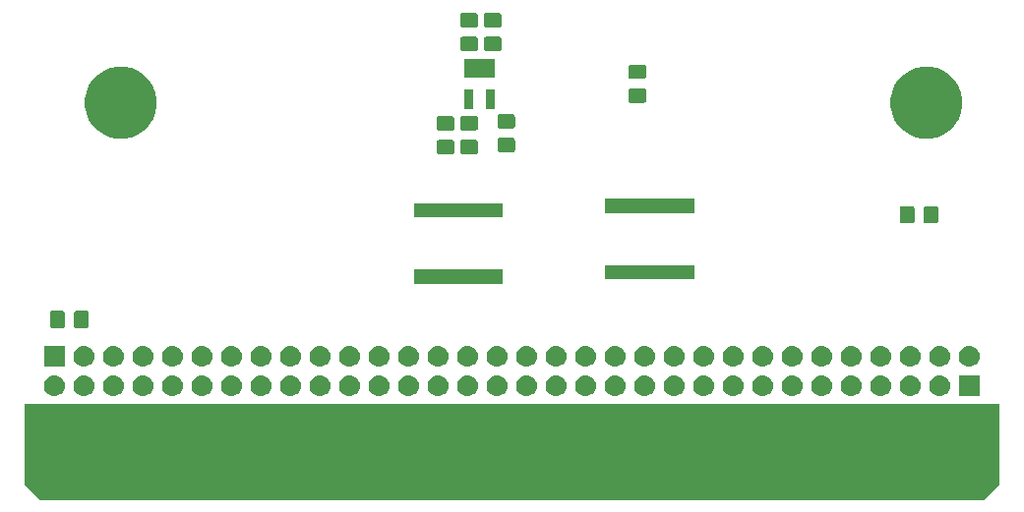
<source format=gbr>
G04 #@! TF.GenerationSoftware,KiCad,Pcbnew,(5.1.4)-1*
G04 #@! TF.CreationDate,2021-02-27T15:59:54-03:00*
G04 #@! TF.ProjectId,OpenDrive-Genesis,4f70656e-4472-4697-9665-2d47656e6573,rev?*
G04 #@! TF.SameCoordinates,Original*
G04 #@! TF.FileFunction,Soldermask,Bot*
G04 #@! TF.FilePolarity,Negative*
%FSLAX46Y46*%
G04 Gerber Fmt 4.6, Leading zero omitted, Abs format (unit mm)*
G04 Created by KiCad (PCBNEW (5.1.4)-1) date 2021-02-27 15:59:54*
%MOMM*%
%LPD*%
G04 APERTURE LIST*
%ADD10C,0.100000*%
G04 APERTURE END LIST*
D10*
G36*
X50419000Y-84328000D02*
G01*
X134239000Y-84328000D01*
X134239000Y-91313000D01*
X132969000Y-92583000D01*
X51689000Y-92583000D01*
X50419000Y-91313000D01*
X50419000Y-84328000D01*
G37*
X50419000Y-84328000D02*
X134239000Y-84328000D01*
X134239000Y-91313000D01*
X132969000Y-92583000D01*
X51689000Y-92583000D01*
X50419000Y-91313000D01*
X50419000Y-84328000D01*
G36*
X114029442Y-81909518D02*
G01*
X114095627Y-81916037D01*
X114265466Y-81967557D01*
X114421991Y-82051222D01*
X114457729Y-82080552D01*
X114559186Y-82163814D01*
X114642448Y-82265271D01*
X114671778Y-82301009D01*
X114755443Y-82457534D01*
X114806963Y-82627373D01*
X114824359Y-82804000D01*
X114806963Y-82980627D01*
X114755443Y-83150466D01*
X114671778Y-83306991D01*
X114642448Y-83342729D01*
X114559186Y-83444186D01*
X114457729Y-83527448D01*
X114421991Y-83556778D01*
X114265466Y-83640443D01*
X114095627Y-83691963D01*
X114029442Y-83698482D01*
X113963260Y-83705000D01*
X113874740Y-83705000D01*
X113808558Y-83698482D01*
X113742373Y-83691963D01*
X113572534Y-83640443D01*
X113416009Y-83556778D01*
X113380271Y-83527448D01*
X113278814Y-83444186D01*
X113195552Y-83342729D01*
X113166222Y-83306991D01*
X113082557Y-83150466D01*
X113031037Y-82980627D01*
X113013641Y-82804000D01*
X113031037Y-82627373D01*
X113082557Y-82457534D01*
X113166222Y-82301009D01*
X113195552Y-82265271D01*
X113278814Y-82163814D01*
X113380271Y-82080552D01*
X113416009Y-82051222D01*
X113572534Y-81967557D01*
X113742373Y-81916037D01*
X113808558Y-81909518D01*
X113874740Y-81903000D01*
X113963260Y-81903000D01*
X114029442Y-81909518D01*
X114029442Y-81909518D01*
G37*
G36*
X129269442Y-81909518D02*
G01*
X129335627Y-81916037D01*
X129505466Y-81967557D01*
X129661991Y-82051222D01*
X129697729Y-82080552D01*
X129799186Y-82163814D01*
X129882448Y-82265271D01*
X129911778Y-82301009D01*
X129995443Y-82457534D01*
X130046963Y-82627373D01*
X130064359Y-82804000D01*
X130046963Y-82980627D01*
X129995443Y-83150466D01*
X129911778Y-83306991D01*
X129882448Y-83342729D01*
X129799186Y-83444186D01*
X129697729Y-83527448D01*
X129661991Y-83556778D01*
X129505466Y-83640443D01*
X129335627Y-83691963D01*
X129269442Y-83698482D01*
X129203260Y-83705000D01*
X129114740Y-83705000D01*
X129048558Y-83698482D01*
X128982373Y-83691963D01*
X128812534Y-83640443D01*
X128656009Y-83556778D01*
X128620271Y-83527448D01*
X128518814Y-83444186D01*
X128435552Y-83342729D01*
X128406222Y-83306991D01*
X128322557Y-83150466D01*
X128271037Y-82980627D01*
X128253641Y-82804000D01*
X128271037Y-82627373D01*
X128322557Y-82457534D01*
X128406222Y-82301009D01*
X128435552Y-82265271D01*
X128518814Y-82163814D01*
X128620271Y-82080552D01*
X128656009Y-82051222D01*
X128812534Y-81967557D01*
X128982373Y-81916037D01*
X129048558Y-81909518D01*
X129114740Y-81903000D01*
X129203260Y-81903000D01*
X129269442Y-81909518D01*
X129269442Y-81909518D01*
G37*
G36*
X96249442Y-81909518D02*
G01*
X96315627Y-81916037D01*
X96485466Y-81967557D01*
X96641991Y-82051222D01*
X96677729Y-82080552D01*
X96779186Y-82163814D01*
X96862448Y-82265271D01*
X96891778Y-82301009D01*
X96975443Y-82457534D01*
X97026963Y-82627373D01*
X97044359Y-82804000D01*
X97026963Y-82980627D01*
X96975443Y-83150466D01*
X96891778Y-83306991D01*
X96862448Y-83342729D01*
X96779186Y-83444186D01*
X96677729Y-83527448D01*
X96641991Y-83556778D01*
X96485466Y-83640443D01*
X96315627Y-83691963D01*
X96249442Y-83698482D01*
X96183260Y-83705000D01*
X96094740Y-83705000D01*
X96028558Y-83698482D01*
X95962373Y-83691963D01*
X95792534Y-83640443D01*
X95636009Y-83556778D01*
X95600271Y-83527448D01*
X95498814Y-83444186D01*
X95415552Y-83342729D01*
X95386222Y-83306991D01*
X95302557Y-83150466D01*
X95251037Y-82980627D01*
X95233641Y-82804000D01*
X95251037Y-82627373D01*
X95302557Y-82457534D01*
X95386222Y-82301009D01*
X95415552Y-82265271D01*
X95498814Y-82163814D01*
X95600271Y-82080552D01*
X95636009Y-82051222D01*
X95792534Y-81967557D01*
X95962373Y-81916037D01*
X96028558Y-81909518D01*
X96094740Y-81903000D01*
X96183260Y-81903000D01*
X96249442Y-81909518D01*
X96249442Y-81909518D01*
G37*
G36*
X98789442Y-81909518D02*
G01*
X98855627Y-81916037D01*
X99025466Y-81967557D01*
X99181991Y-82051222D01*
X99217729Y-82080552D01*
X99319186Y-82163814D01*
X99402448Y-82265271D01*
X99431778Y-82301009D01*
X99515443Y-82457534D01*
X99566963Y-82627373D01*
X99584359Y-82804000D01*
X99566963Y-82980627D01*
X99515443Y-83150466D01*
X99431778Y-83306991D01*
X99402448Y-83342729D01*
X99319186Y-83444186D01*
X99217729Y-83527448D01*
X99181991Y-83556778D01*
X99025466Y-83640443D01*
X98855627Y-83691963D01*
X98789442Y-83698482D01*
X98723260Y-83705000D01*
X98634740Y-83705000D01*
X98568558Y-83698482D01*
X98502373Y-83691963D01*
X98332534Y-83640443D01*
X98176009Y-83556778D01*
X98140271Y-83527448D01*
X98038814Y-83444186D01*
X97955552Y-83342729D01*
X97926222Y-83306991D01*
X97842557Y-83150466D01*
X97791037Y-82980627D01*
X97773641Y-82804000D01*
X97791037Y-82627373D01*
X97842557Y-82457534D01*
X97926222Y-82301009D01*
X97955552Y-82265271D01*
X98038814Y-82163814D01*
X98140271Y-82080552D01*
X98176009Y-82051222D01*
X98332534Y-81967557D01*
X98502373Y-81916037D01*
X98568558Y-81909518D01*
X98634740Y-81903000D01*
X98723260Y-81903000D01*
X98789442Y-81909518D01*
X98789442Y-81909518D01*
G37*
G36*
X101329442Y-81909518D02*
G01*
X101395627Y-81916037D01*
X101565466Y-81967557D01*
X101721991Y-82051222D01*
X101757729Y-82080552D01*
X101859186Y-82163814D01*
X101942448Y-82265271D01*
X101971778Y-82301009D01*
X102055443Y-82457534D01*
X102106963Y-82627373D01*
X102124359Y-82804000D01*
X102106963Y-82980627D01*
X102055443Y-83150466D01*
X101971778Y-83306991D01*
X101942448Y-83342729D01*
X101859186Y-83444186D01*
X101757729Y-83527448D01*
X101721991Y-83556778D01*
X101565466Y-83640443D01*
X101395627Y-83691963D01*
X101329442Y-83698482D01*
X101263260Y-83705000D01*
X101174740Y-83705000D01*
X101108558Y-83698482D01*
X101042373Y-83691963D01*
X100872534Y-83640443D01*
X100716009Y-83556778D01*
X100680271Y-83527448D01*
X100578814Y-83444186D01*
X100495552Y-83342729D01*
X100466222Y-83306991D01*
X100382557Y-83150466D01*
X100331037Y-82980627D01*
X100313641Y-82804000D01*
X100331037Y-82627373D01*
X100382557Y-82457534D01*
X100466222Y-82301009D01*
X100495552Y-82265271D01*
X100578814Y-82163814D01*
X100680271Y-82080552D01*
X100716009Y-82051222D01*
X100872534Y-81967557D01*
X101042373Y-81916037D01*
X101108558Y-81909518D01*
X101174740Y-81903000D01*
X101263260Y-81903000D01*
X101329442Y-81909518D01*
X101329442Y-81909518D01*
G37*
G36*
X103869442Y-81909518D02*
G01*
X103935627Y-81916037D01*
X104105466Y-81967557D01*
X104261991Y-82051222D01*
X104297729Y-82080552D01*
X104399186Y-82163814D01*
X104482448Y-82265271D01*
X104511778Y-82301009D01*
X104595443Y-82457534D01*
X104646963Y-82627373D01*
X104664359Y-82804000D01*
X104646963Y-82980627D01*
X104595443Y-83150466D01*
X104511778Y-83306991D01*
X104482448Y-83342729D01*
X104399186Y-83444186D01*
X104297729Y-83527448D01*
X104261991Y-83556778D01*
X104105466Y-83640443D01*
X103935627Y-83691963D01*
X103869442Y-83698482D01*
X103803260Y-83705000D01*
X103714740Y-83705000D01*
X103648558Y-83698482D01*
X103582373Y-83691963D01*
X103412534Y-83640443D01*
X103256009Y-83556778D01*
X103220271Y-83527448D01*
X103118814Y-83444186D01*
X103035552Y-83342729D01*
X103006222Y-83306991D01*
X102922557Y-83150466D01*
X102871037Y-82980627D01*
X102853641Y-82804000D01*
X102871037Y-82627373D01*
X102922557Y-82457534D01*
X103006222Y-82301009D01*
X103035552Y-82265271D01*
X103118814Y-82163814D01*
X103220271Y-82080552D01*
X103256009Y-82051222D01*
X103412534Y-81967557D01*
X103582373Y-81916037D01*
X103648558Y-81909518D01*
X103714740Y-81903000D01*
X103803260Y-81903000D01*
X103869442Y-81909518D01*
X103869442Y-81909518D01*
G37*
G36*
X106409442Y-81909518D02*
G01*
X106475627Y-81916037D01*
X106645466Y-81967557D01*
X106801991Y-82051222D01*
X106837729Y-82080552D01*
X106939186Y-82163814D01*
X107022448Y-82265271D01*
X107051778Y-82301009D01*
X107135443Y-82457534D01*
X107186963Y-82627373D01*
X107204359Y-82804000D01*
X107186963Y-82980627D01*
X107135443Y-83150466D01*
X107051778Y-83306991D01*
X107022448Y-83342729D01*
X106939186Y-83444186D01*
X106837729Y-83527448D01*
X106801991Y-83556778D01*
X106645466Y-83640443D01*
X106475627Y-83691963D01*
X106409442Y-83698482D01*
X106343260Y-83705000D01*
X106254740Y-83705000D01*
X106188558Y-83698482D01*
X106122373Y-83691963D01*
X105952534Y-83640443D01*
X105796009Y-83556778D01*
X105760271Y-83527448D01*
X105658814Y-83444186D01*
X105575552Y-83342729D01*
X105546222Y-83306991D01*
X105462557Y-83150466D01*
X105411037Y-82980627D01*
X105393641Y-82804000D01*
X105411037Y-82627373D01*
X105462557Y-82457534D01*
X105546222Y-82301009D01*
X105575552Y-82265271D01*
X105658814Y-82163814D01*
X105760271Y-82080552D01*
X105796009Y-82051222D01*
X105952534Y-81967557D01*
X106122373Y-81916037D01*
X106188558Y-81909518D01*
X106254740Y-81903000D01*
X106343260Y-81903000D01*
X106409442Y-81909518D01*
X106409442Y-81909518D01*
G37*
G36*
X108949442Y-81909518D02*
G01*
X109015627Y-81916037D01*
X109185466Y-81967557D01*
X109341991Y-82051222D01*
X109377729Y-82080552D01*
X109479186Y-82163814D01*
X109562448Y-82265271D01*
X109591778Y-82301009D01*
X109675443Y-82457534D01*
X109726963Y-82627373D01*
X109744359Y-82804000D01*
X109726963Y-82980627D01*
X109675443Y-83150466D01*
X109591778Y-83306991D01*
X109562448Y-83342729D01*
X109479186Y-83444186D01*
X109377729Y-83527448D01*
X109341991Y-83556778D01*
X109185466Y-83640443D01*
X109015627Y-83691963D01*
X108949442Y-83698482D01*
X108883260Y-83705000D01*
X108794740Y-83705000D01*
X108728558Y-83698482D01*
X108662373Y-83691963D01*
X108492534Y-83640443D01*
X108336009Y-83556778D01*
X108300271Y-83527448D01*
X108198814Y-83444186D01*
X108115552Y-83342729D01*
X108086222Y-83306991D01*
X108002557Y-83150466D01*
X107951037Y-82980627D01*
X107933641Y-82804000D01*
X107951037Y-82627373D01*
X108002557Y-82457534D01*
X108086222Y-82301009D01*
X108115552Y-82265271D01*
X108198814Y-82163814D01*
X108300271Y-82080552D01*
X108336009Y-82051222D01*
X108492534Y-81967557D01*
X108662373Y-81916037D01*
X108728558Y-81909518D01*
X108794740Y-81903000D01*
X108883260Y-81903000D01*
X108949442Y-81909518D01*
X108949442Y-81909518D01*
G37*
G36*
X111489442Y-81909518D02*
G01*
X111555627Y-81916037D01*
X111725466Y-81967557D01*
X111881991Y-82051222D01*
X111917729Y-82080552D01*
X112019186Y-82163814D01*
X112102448Y-82265271D01*
X112131778Y-82301009D01*
X112215443Y-82457534D01*
X112266963Y-82627373D01*
X112284359Y-82804000D01*
X112266963Y-82980627D01*
X112215443Y-83150466D01*
X112131778Y-83306991D01*
X112102448Y-83342729D01*
X112019186Y-83444186D01*
X111917729Y-83527448D01*
X111881991Y-83556778D01*
X111725466Y-83640443D01*
X111555627Y-83691963D01*
X111489442Y-83698482D01*
X111423260Y-83705000D01*
X111334740Y-83705000D01*
X111268558Y-83698482D01*
X111202373Y-83691963D01*
X111032534Y-83640443D01*
X110876009Y-83556778D01*
X110840271Y-83527448D01*
X110738814Y-83444186D01*
X110655552Y-83342729D01*
X110626222Y-83306991D01*
X110542557Y-83150466D01*
X110491037Y-82980627D01*
X110473641Y-82804000D01*
X110491037Y-82627373D01*
X110542557Y-82457534D01*
X110626222Y-82301009D01*
X110655552Y-82265271D01*
X110738814Y-82163814D01*
X110840271Y-82080552D01*
X110876009Y-82051222D01*
X111032534Y-81967557D01*
X111202373Y-81916037D01*
X111268558Y-81909518D01*
X111334740Y-81903000D01*
X111423260Y-81903000D01*
X111489442Y-81909518D01*
X111489442Y-81909518D01*
G37*
G36*
X91169442Y-81909518D02*
G01*
X91235627Y-81916037D01*
X91405466Y-81967557D01*
X91561991Y-82051222D01*
X91597729Y-82080552D01*
X91699186Y-82163814D01*
X91782448Y-82265271D01*
X91811778Y-82301009D01*
X91895443Y-82457534D01*
X91946963Y-82627373D01*
X91964359Y-82804000D01*
X91946963Y-82980627D01*
X91895443Y-83150466D01*
X91811778Y-83306991D01*
X91782448Y-83342729D01*
X91699186Y-83444186D01*
X91597729Y-83527448D01*
X91561991Y-83556778D01*
X91405466Y-83640443D01*
X91235627Y-83691963D01*
X91169442Y-83698482D01*
X91103260Y-83705000D01*
X91014740Y-83705000D01*
X90948558Y-83698482D01*
X90882373Y-83691963D01*
X90712534Y-83640443D01*
X90556009Y-83556778D01*
X90520271Y-83527448D01*
X90418814Y-83444186D01*
X90335552Y-83342729D01*
X90306222Y-83306991D01*
X90222557Y-83150466D01*
X90171037Y-82980627D01*
X90153641Y-82804000D01*
X90171037Y-82627373D01*
X90222557Y-82457534D01*
X90306222Y-82301009D01*
X90335552Y-82265271D01*
X90418814Y-82163814D01*
X90520271Y-82080552D01*
X90556009Y-82051222D01*
X90712534Y-81967557D01*
X90882373Y-81916037D01*
X90948558Y-81909518D01*
X91014740Y-81903000D01*
X91103260Y-81903000D01*
X91169442Y-81909518D01*
X91169442Y-81909518D01*
G37*
G36*
X116569442Y-81909518D02*
G01*
X116635627Y-81916037D01*
X116805466Y-81967557D01*
X116961991Y-82051222D01*
X116997729Y-82080552D01*
X117099186Y-82163814D01*
X117182448Y-82265271D01*
X117211778Y-82301009D01*
X117295443Y-82457534D01*
X117346963Y-82627373D01*
X117364359Y-82804000D01*
X117346963Y-82980627D01*
X117295443Y-83150466D01*
X117211778Y-83306991D01*
X117182448Y-83342729D01*
X117099186Y-83444186D01*
X116997729Y-83527448D01*
X116961991Y-83556778D01*
X116805466Y-83640443D01*
X116635627Y-83691963D01*
X116569442Y-83698482D01*
X116503260Y-83705000D01*
X116414740Y-83705000D01*
X116348558Y-83698482D01*
X116282373Y-83691963D01*
X116112534Y-83640443D01*
X115956009Y-83556778D01*
X115920271Y-83527448D01*
X115818814Y-83444186D01*
X115735552Y-83342729D01*
X115706222Y-83306991D01*
X115622557Y-83150466D01*
X115571037Y-82980627D01*
X115553641Y-82804000D01*
X115571037Y-82627373D01*
X115622557Y-82457534D01*
X115706222Y-82301009D01*
X115735552Y-82265271D01*
X115818814Y-82163814D01*
X115920271Y-82080552D01*
X115956009Y-82051222D01*
X116112534Y-81967557D01*
X116282373Y-81916037D01*
X116348558Y-81909518D01*
X116414740Y-81903000D01*
X116503260Y-81903000D01*
X116569442Y-81909518D01*
X116569442Y-81909518D01*
G37*
G36*
X119109442Y-81909518D02*
G01*
X119175627Y-81916037D01*
X119345466Y-81967557D01*
X119501991Y-82051222D01*
X119537729Y-82080552D01*
X119639186Y-82163814D01*
X119722448Y-82265271D01*
X119751778Y-82301009D01*
X119835443Y-82457534D01*
X119886963Y-82627373D01*
X119904359Y-82804000D01*
X119886963Y-82980627D01*
X119835443Y-83150466D01*
X119751778Y-83306991D01*
X119722448Y-83342729D01*
X119639186Y-83444186D01*
X119537729Y-83527448D01*
X119501991Y-83556778D01*
X119345466Y-83640443D01*
X119175627Y-83691963D01*
X119109442Y-83698482D01*
X119043260Y-83705000D01*
X118954740Y-83705000D01*
X118888558Y-83698482D01*
X118822373Y-83691963D01*
X118652534Y-83640443D01*
X118496009Y-83556778D01*
X118460271Y-83527448D01*
X118358814Y-83444186D01*
X118275552Y-83342729D01*
X118246222Y-83306991D01*
X118162557Y-83150466D01*
X118111037Y-82980627D01*
X118093641Y-82804000D01*
X118111037Y-82627373D01*
X118162557Y-82457534D01*
X118246222Y-82301009D01*
X118275552Y-82265271D01*
X118358814Y-82163814D01*
X118460271Y-82080552D01*
X118496009Y-82051222D01*
X118652534Y-81967557D01*
X118822373Y-81916037D01*
X118888558Y-81909518D01*
X118954740Y-81903000D01*
X119043260Y-81903000D01*
X119109442Y-81909518D01*
X119109442Y-81909518D01*
G37*
G36*
X121649442Y-81909518D02*
G01*
X121715627Y-81916037D01*
X121885466Y-81967557D01*
X122041991Y-82051222D01*
X122077729Y-82080552D01*
X122179186Y-82163814D01*
X122262448Y-82265271D01*
X122291778Y-82301009D01*
X122375443Y-82457534D01*
X122426963Y-82627373D01*
X122444359Y-82804000D01*
X122426963Y-82980627D01*
X122375443Y-83150466D01*
X122291778Y-83306991D01*
X122262448Y-83342729D01*
X122179186Y-83444186D01*
X122077729Y-83527448D01*
X122041991Y-83556778D01*
X121885466Y-83640443D01*
X121715627Y-83691963D01*
X121649442Y-83698482D01*
X121583260Y-83705000D01*
X121494740Y-83705000D01*
X121428558Y-83698482D01*
X121362373Y-83691963D01*
X121192534Y-83640443D01*
X121036009Y-83556778D01*
X121000271Y-83527448D01*
X120898814Y-83444186D01*
X120815552Y-83342729D01*
X120786222Y-83306991D01*
X120702557Y-83150466D01*
X120651037Y-82980627D01*
X120633641Y-82804000D01*
X120651037Y-82627373D01*
X120702557Y-82457534D01*
X120786222Y-82301009D01*
X120815552Y-82265271D01*
X120898814Y-82163814D01*
X121000271Y-82080552D01*
X121036009Y-82051222D01*
X121192534Y-81967557D01*
X121362373Y-81916037D01*
X121428558Y-81909518D01*
X121494740Y-81903000D01*
X121583260Y-81903000D01*
X121649442Y-81909518D01*
X121649442Y-81909518D01*
G37*
G36*
X124189442Y-81909518D02*
G01*
X124255627Y-81916037D01*
X124425466Y-81967557D01*
X124581991Y-82051222D01*
X124617729Y-82080552D01*
X124719186Y-82163814D01*
X124802448Y-82265271D01*
X124831778Y-82301009D01*
X124915443Y-82457534D01*
X124966963Y-82627373D01*
X124984359Y-82804000D01*
X124966963Y-82980627D01*
X124915443Y-83150466D01*
X124831778Y-83306991D01*
X124802448Y-83342729D01*
X124719186Y-83444186D01*
X124617729Y-83527448D01*
X124581991Y-83556778D01*
X124425466Y-83640443D01*
X124255627Y-83691963D01*
X124189442Y-83698482D01*
X124123260Y-83705000D01*
X124034740Y-83705000D01*
X123968558Y-83698482D01*
X123902373Y-83691963D01*
X123732534Y-83640443D01*
X123576009Y-83556778D01*
X123540271Y-83527448D01*
X123438814Y-83444186D01*
X123355552Y-83342729D01*
X123326222Y-83306991D01*
X123242557Y-83150466D01*
X123191037Y-82980627D01*
X123173641Y-82804000D01*
X123191037Y-82627373D01*
X123242557Y-82457534D01*
X123326222Y-82301009D01*
X123355552Y-82265271D01*
X123438814Y-82163814D01*
X123540271Y-82080552D01*
X123576009Y-82051222D01*
X123732534Y-81967557D01*
X123902373Y-81916037D01*
X123968558Y-81909518D01*
X124034740Y-81903000D01*
X124123260Y-81903000D01*
X124189442Y-81909518D01*
X124189442Y-81909518D01*
G37*
G36*
X126729442Y-81909518D02*
G01*
X126795627Y-81916037D01*
X126965466Y-81967557D01*
X127121991Y-82051222D01*
X127157729Y-82080552D01*
X127259186Y-82163814D01*
X127342448Y-82265271D01*
X127371778Y-82301009D01*
X127455443Y-82457534D01*
X127506963Y-82627373D01*
X127524359Y-82804000D01*
X127506963Y-82980627D01*
X127455443Y-83150466D01*
X127371778Y-83306991D01*
X127342448Y-83342729D01*
X127259186Y-83444186D01*
X127157729Y-83527448D01*
X127121991Y-83556778D01*
X126965466Y-83640443D01*
X126795627Y-83691963D01*
X126729442Y-83698482D01*
X126663260Y-83705000D01*
X126574740Y-83705000D01*
X126508558Y-83698482D01*
X126442373Y-83691963D01*
X126272534Y-83640443D01*
X126116009Y-83556778D01*
X126080271Y-83527448D01*
X125978814Y-83444186D01*
X125895552Y-83342729D01*
X125866222Y-83306991D01*
X125782557Y-83150466D01*
X125731037Y-82980627D01*
X125713641Y-82804000D01*
X125731037Y-82627373D01*
X125782557Y-82457534D01*
X125866222Y-82301009D01*
X125895552Y-82265271D01*
X125978814Y-82163814D01*
X126080271Y-82080552D01*
X126116009Y-82051222D01*
X126272534Y-81967557D01*
X126442373Y-81916037D01*
X126508558Y-81909518D01*
X126574740Y-81903000D01*
X126663260Y-81903000D01*
X126729442Y-81909518D01*
X126729442Y-81909518D01*
G37*
G36*
X132600000Y-83705000D02*
G01*
X130798000Y-83705000D01*
X130798000Y-81903000D01*
X132600000Y-81903000D01*
X132600000Y-83705000D01*
X132600000Y-83705000D01*
G37*
G36*
X70849442Y-81909518D02*
G01*
X70915627Y-81916037D01*
X71085466Y-81967557D01*
X71241991Y-82051222D01*
X71277729Y-82080552D01*
X71379186Y-82163814D01*
X71462448Y-82265271D01*
X71491778Y-82301009D01*
X71575443Y-82457534D01*
X71626963Y-82627373D01*
X71644359Y-82804000D01*
X71626963Y-82980627D01*
X71575443Y-83150466D01*
X71491778Y-83306991D01*
X71462448Y-83342729D01*
X71379186Y-83444186D01*
X71277729Y-83527448D01*
X71241991Y-83556778D01*
X71085466Y-83640443D01*
X70915627Y-83691963D01*
X70849442Y-83698482D01*
X70783260Y-83705000D01*
X70694740Y-83705000D01*
X70628558Y-83698482D01*
X70562373Y-83691963D01*
X70392534Y-83640443D01*
X70236009Y-83556778D01*
X70200271Y-83527448D01*
X70098814Y-83444186D01*
X70015552Y-83342729D01*
X69986222Y-83306991D01*
X69902557Y-83150466D01*
X69851037Y-82980627D01*
X69833641Y-82804000D01*
X69851037Y-82627373D01*
X69902557Y-82457534D01*
X69986222Y-82301009D01*
X70015552Y-82265271D01*
X70098814Y-82163814D01*
X70200271Y-82080552D01*
X70236009Y-82051222D01*
X70392534Y-81967557D01*
X70562373Y-81916037D01*
X70628558Y-81909518D01*
X70694740Y-81903000D01*
X70783260Y-81903000D01*
X70849442Y-81909518D01*
X70849442Y-81909518D01*
G37*
G36*
X55609442Y-81909518D02*
G01*
X55675627Y-81916037D01*
X55845466Y-81967557D01*
X56001991Y-82051222D01*
X56037729Y-82080552D01*
X56139186Y-82163814D01*
X56222448Y-82265271D01*
X56251778Y-82301009D01*
X56335443Y-82457534D01*
X56386963Y-82627373D01*
X56404359Y-82804000D01*
X56386963Y-82980627D01*
X56335443Y-83150466D01*
X56251778Y-83306991D01*
X56222448Y-83342729D01*
X56139186Y-83444186D01*
X56037729Y-83527448D01*
X56001991Y-83556778D01*
X55845466Y-83640443D01*
X55675627Y-83691963D01*
X55609442Y-83698482D01*
X55543260Y-83705000D01*
X55454740Y-83705000D01*
X55388558Y-83698482D01*
X55322373Y-83691963D01*
X55152534Y-83640443D01*
X54996009Y-83556778D01*
X54960271Y-83527448D01*
X54858814Y-83444186D01*
X54775552Y-83342729D01*
X54746222Y-83306991D01*
X54662557Y-83150466D01*
X54611037Y-82980627D01*
X54593641Y-82804000D01*
X54611037Y-82627373D01*
X54662557Y-82457534D01*
X54746222Y-82301009D01*
X54775552Y-82265271D01*
X54858814Y-82163814D01*
X54960271Y-82080552D01*
X54996009Y-82051222D01*
X55152534Y-81967557D01*
X55322373Y-81916037D01*
X55388558Y-81909518D01*
X55454740Y-81903000D01*
X55543260Y-81903000D01*
X55609442Y-81909518D01*
X55609442Y-81909518D01*
G37*
G36*
X53069442Y-81909518D02*
G01*
X53135627Y-81916037D01*
X53305466Y-81967557D01*
X53461991Y-82051222D01*
X53497729Y-82080552D01*
X53599186Y-82163814D01*
X53682448Y-82265271D01*
X53711778Y-82301009D01*
X53795443Y-82457534D01*
X53846963Y-82627373D01*
X53864359Y-82804000D01*
X53846963Y-82980627D01*
X53795443Y-83150466D01*
X53711778Y-83306991D01*
X53682448Y-83342729D01*
X53599186Y-83444186D01*
X53497729Y-83527448D01*
X53461991Y-83556778D01*
X53305466Y-83640443D01*
X53135627Y-83691963D01*
X53069442Y-83698482D01*
X53003260Y-83705000D01*
X52914740Y-83705000D01*
X52848558Y-83698482D01*
X52782373Y-83691963D01*
X52612534Y-83640443D01*
X52456009Y-83556778D01*
X52420271Y-83527448D01*
X52318814Y-83444186D01*
X52235552Y-83342729D01*
X52206222Y-83306991D01*
X52122557Y-83150466D01*
X52071037Y-82980627D01*
X52053641Y-82804000D01*
X52071037Y-82627373D01*
X52122557Y-82457534D01*
X52206222Y-82301009D01*
X52235552Y-82265271D01*
X52318814Y-82163814D01*
X52420271Y-82080552D01*
X52456009Y-82051222D01*
X52612534Y-81967557D01*
X52782373Y-81916037D01*
X52848558Y-81909518D01*
X52914740Y-81903000D01*
X53003260Y-81903000D01*
X53069442Y-81909518D01*
X53069442Y-81909518D01*
G37*
G36*
X88629442Y-81909518D02*
G01*
X88695627Y-81916037D01*
X88865466Y-81967557D01*
X89021991Y-82051222D01*
X89057729Y-82080552D01*
X89159186Y-82163814D01*
X89242448Y-82265271D01*
X89271778Y-82301009D01*
X89355443Y-82457534D01*
X89406963Y-82627373D01*
X89424359Y-82804000D01*
X89406963Y-82980627D01*
X89355443Y-83150466D01*
X89271778Y-83306991D01*
X89242448Y-83342729D01*
X89159186Y-83444186D01*
X89057729Y-83527448D01*
X89021991Y-83556778D01*
X88865466Y-83640443D01*
X88695627Y-83691963D01*
X88629442Y-83698482D01*
X88563260Y-83705000D01*
X88474740Y-83705000D01*
X88408558Y-83698482D01*
X88342373Y-83691963D01*
X88172534Y-83640443D01*
X88016009Y-83556778D01*
X87980271Y-83527448D01*
X87878814Y-83444186D01*
X87795552Y-83342729D01*
X87766222Y-83306991D01*
X87682557Y-83150466D01*
X87631037Y-82980627D01*
X87613641Y-82804000D01*
X87631037Y-82627373D01*
X87682557Y-82457534D01*
X87766222Y-82301009D01*
X87795552Y-82265271D01*
X87878814Y-82163814D01*
X87980271Y-82080552D01*
X88016009Y-82051222D01*
X88172534Y-81967557D01*
X88342373Y-81916037D01*
X88408558Y-81909518D01*
X88474740Y-81903000D01*
X88563260Y-81903000D01*
X88629442Y-81909518D01*
X88629442Y-81909518D01*
G37*
G36*
X86089442Y-81909518D02*
G01*
X86155627Y-81916037D01*
X86325466Y-81967557D01*
X86481991Y-82051222D01*
X86517729Y-82080552D01*
X86619186Y-82163814D01*
X86702448Y-82265271D01*
X86731778Y-82301009D01*
X86815443Y-82457534D01*
X86866963Y-82627373D01*
X86884359Y-82804000D01*
X86866963Y-82980627D01*
X86815443Y-83150466D01*
X86731778Y-83306991D01*
X86702448Y-83342729D01*
X86619186Y-83444186D01*
X86517729Y-83527448D01*
X86481991Y-83556778D01*
X86325466Y-83640443D01*
X86155627Y-83691963D01*
X86089442Y-83698482D01*
X86023260Y-83705000D01*
X85934740Y-83705000D01*
X85868558Y-83698482D01*
X85802373Y-83691963D01*
X85632534Y-83640443D01*
X85476009Y-83556778D01*
X85440271Y-83527448D01*
X85338814Y-83444186D01*
X85255552Y-83342729D01*
X85226222Y-83306991D01*
X85142557Y-83150466D01*
X85091037Y-82980627D01*
X85073641Y-82804000D01*
X85091037Y-82627373D01*
X85142557Y-82457534D01*
X85226222Y-82301009D01*
X85255552Y-82265271D01*
X85338814Y-82163814D01*
X85440271Y-82080552D01*
X85476009Y-82051222D01*
X85632534Y-81967557D01*
X85802373Y-81916037D01*
X85868558Y-81909518D01*
X85934740Y-81903000D01*
X86023260Y-81903000D01*
X86089442Y-81909518D01*
X86089442Y-81909518D01*
G37*
G36*
X83549442Y-81909518D02*
G01*
X83615627Y-81916037D01*
X83785466Y-81967557D01*
X83941991Y-82051222D01*
X83977729Y-82080552D01*
X84079186Y-82163814D01*
X84162448Y-82265271D01*
X84191778Y-82301009D01*
X84275443Y-82457534D01*
X84326963Y-82627373D01*
X84344359Y-82804000D01*
X84326963Y-82980627D01*
X84275443Y-83150466D01*
X84191778Y-83306991D01*
X84162448Y-83342729D01*
X84079186Y-83444186D01*
X83977729Y-83527448D01*
X83941991Y-83556778D01*
X83785466Y-83640443D01*
X83615627Y-83691963D01*
X83549442Y-83698482D01*
X83483260Y-83705000D01*
X83394740Y-83705000D01*
X83328558Y-83698482D01*
X83262373Y-83691963D01*
X83092534Y-83640443D01*
X82936009Y-83556778D01*
X82900271Y-83527448D01*
X82798814Y-83444186D01*
X82715552Y-83342729D01*
X82686222Y-83306991D01*
X82602557Y-83150466D01*
X82551037Y-82980627D01*
X82533641Y-82804000D01*
X82551037Y-82627373D01*
X82602557Y-82457534D01*
X82686222Y-82301009D01*
X82715552Y-82265271D01*
X82798814Y-82163814D01*
X82900271Y-82080552D01*
X82936009Y-82051222D01*
X83092534Y-81967557D01*
X83262373Y-81916037D01*
X83328558Y-81909518D01*
X83394740Y-81903000D01*
X83483260Y-81903000D01*
X83549442Y-81909518D01*
X83549442Y-81909518D01*
G37*
G36*
X81009442Y-81909518D02*
G01*
X81075627Y-81916037D01*
X81245466Y-81967557D01*
X81401991Y-82051222D01*
X81437729Y-82080552D01*
X81539186Y-82163814D01*
X81622448Y-82265271D01*
X81651778Y-82301009D01*
X81735443Y-82457534D01*
X81786963Y-82627373D01*
X81804359Y-82804000D01*
X81786963Y-82980627D01*
X81735443Y-83150466D01*
X81651778Y-83306991D01*
X81622448Y-83342729D01*
X81539186Y-83444186D01*
X81437729Y-83527448D01*
X81401991Y-83556778D01*
X81245466Y-83640443D01*
X81075627Y-83691963D01*
X81009442Y-83698482D01*
X80943260Y-83705000D01*
X80854740Y-83705000D01*
X80788558Y-83698482D01*
X80722373Y-83691963D01*
X80552534Y-83640443D01*
X80396009Y-83556778D01*
X80360271Y-83527448D01*
X80258814Y-83444186D01*
X80175552Y-83342729D01*
X80146222Y-83306991D01*
X80062557Y-83150466D01*
X80011037Y-82980627D01*
X79993641Y-82804000D01*
X80011037Y-82627373D01*
X80062557Y-82457534D01*
X80146222Y-82301009D01*
X80175552Y-82265271D01*
X80258814Y-82163814D01*
X80360271Y-82080552D01*
X80396009Y-82051222D01*
X80552534Y-81967557D01*
X80722373Y-81916037D01*
X80788558Y-81909518D01*
X80854740Y-81903000D01*
X80943260Y-81903000D01*
X81009442Y-81909518D01*
X81009442Y-81909518D01*
G37*
G36*
X78469442Y-81909518D02*
G01*
X78535627Y-81916037D01*
X78705466Y-81967557D01*
X78861991Y-82051222D01*
X78897729Y-82080552D01*
X78999186Y-82163814D01*
X79082448Y-82265271D01*
X79111778Y-82301009D01*
X79195443Y-82457534D01*
X79246963Y-82627373D01*
X79264359Y-82804000D01*
X79246963Y-82980627D01*
X79195443Y-83150466D01*
X79111778Y-83306991D01*
X79082448Y-83342729D01*
X78999186Y-83444186D01*
X78897729Y-83527448D01*
X78861991Y-83556778D01*
X78705466Y-83640443D01*
X78535627Y-83691963D01*
X78469442Y-83698482D01*
X78403260Y-83705000D01*
X78314740Y-83705000D01*
X78248558Y-83698482D01*
X78182373Y-83691963D01*
X78012534Y-83640443D01*
X77856009Y-83556778D01*
X77820271Y-83527448D01*
X77718814Y-83444186D01*
X77635552Y-83342729D01*
X77606222Y-83306991D01*
X77522557Y-83150466D01*
X77471037Y-82980627D01*
X77453641Y-82804000D01*
X77471037Y-82627373D01*
X77522557Y-82457534D01*
X77606222Y-82301009D01*
X77635552Y-82265271D01*
X77718814Y-82163814D01*
X77820271Y-82080552D01*
X77856009Y-82051222D01*
X78012534Y-81967557D01*
X78182373Y-81916037D01*
X78248558Y-81909518D01*
X78314740Y-81903000D01*
X78403260Y-81903000D01*
X78469442Y-81909518D01*
X78469442Y-81909518D01*
G37*
G36*
X75929442Y-81909518D02*
G01*
X75995627Y-81916037D01*
X76165466Y-81967557D01*
X76321991Y-82051222D01*
X76357729Y-82080552D01*
X76459186Y-82163814D01*
X76542448Y-82265271D01*
X76571778Y-82301009D01*
X76655443Y-82457534D01*
X76706963Y-82627373D01*
X76724359Y-82804000D01*
X76706963Y-82980627D01*
X76655443Y-83150466D01*
X76571778Y-83306991D01*
X76542448Y-83342729D01*
X76459186Y-83444186D01*
X76357729Y-83527448D01*
X76321991Y-83556778D01*
X76165466Y-83640443D01*
X75995627Y-83691963D01*
X75929442Y-83698482D01*
X75863260Y-83705000D01*
X75774740Y-83705000D01*
X75708558Y-83698482D01*
X75642373Y-83691963D01*
X75472534Y-83640443D01*
X75316009Y-83556778D01*
X75280271Y-83527448D01*
X75178814Y-83444186D01*
X75095552Y-83342729D01*
X75066222Y-83306991D01*
X74982557Y-83150466D01*
X74931037Y-82980627D01*
X74913641Y-82804000D01*
X74931037Y-82627373D01*
X74982557Y-82457534D01*
X75066222Y-82301009D01*
X75095552Y-82265271D01*
X75178814Y-82163814D01*
X75280271Y-82080552D01*
X75316009Y-82051222D01*
X75472534Y-81967557D01*
X75642373Y-81916037D01*
X75708558Y-81909518D01*
X75774740Y-81903000D01*
X75863260Y-81903000D01*
X75929442Y-81909518D01*
X75929442Y-81909518D01*
G37*
G36*
X73389442Y-81909518D02*
G01*
X73455627Y-81916037D01*
X73625466Y-81967557D01*
X73781991Y-82051222D01*
X73817729Y-82080552D01*
X73919186Y-82163814D01*
X74002448Y-82265271D01*
X74031778Y-82301009D01*
X74115443Y-82457534D01*
X74166963Y-82627373D01*
X74184359Y-82804000D01*
X74166963Y-82980627D01*
X74115443Y-83150466D01*
X74031778Y-83306991D01*
X74002448Y-83342729D01*
X73919186Y-83444186D01*
X73817729Y-83527448D01*
X73781991Y-83556778D01*
X73625466Y-83640443D01*
X73455627Y-83691963D01*
X73389442Y-83698482D01*
X73323260Y-83705000D01*
X73234740Y-83705000D01*
X73168558Y-83698482D01*
X73102373Y-83691963D01*
X72932534Y-83640443D01*
X72776009Y-83556778D01*
X72740271Y-83527448D01*
X72638814Y-83444186D01*
X72555552Y-83342729D01*
X72526222Y-83306991D01*
X72442557Y-83150466D01*
X72391037Y-82980627D01*
X72373641Y-82804000D01*
X72391037Y-82627373D01*
X72442557Y-82457534D01*
X72526222Y-82301009D01*
X72555552Y-82265271D01*
X72638814Y-82163814D01*
X72740271Y-82080552D01*
X72776009Y-82051222D01*
X72932534Y-81967557D01*
X73102373Y-81916037D01*
X73168558Y-81909518D01*
X73234740Y-81903000D01*
X73323260Y-81903000D01*
X73389442Y-81909518D01*
X73389442Y-81909518D01*
G37*
G36*
X93709442Y-81909518D02*
G01*
X93775627Y-81916037D01*
X93945466Y-81967557D01*
X94101991Y-82051222D01*
X94137729Y-82080552D01*
X94239186Y-82163814D01*
X94322448Y-82265271D01*
X94351778Y-82301009D01*
X94435443Y-82457534D01*
X94486963Y-82627373D01*
X94504359Y-82804000D01*
X94486963Y-82980627D01*
X94435443Y-83150466D01*
X94351778Y-83306991D01*
X94322448Y-83342729D01*
X94239186Y-83444186D01*
X94137729Y-83527448D01*
X94101991Y-83556778D01*
X93945466Y-83640443D01*
X93775627Y-83691963D01*
X93709442Y-83698482D01*
X93643260Y-83705000D01*
X93554740Y-83705000D01*
X93488558Y-83698482D01*
X93422373Y-83691963D01*
X93252534Y-83640443D01*
X93096009Y-83556778D01*
X93060271Y-83527448D01*
X92958814Y-83444186D01*
X92875552Y-83342729D01*
X92846222Y-83306991D01*
X92762557Y-83150466D01*
X92711037Y-82980627D01*
X92693641Y-82804000D01*
X92711037Y-82627373D01*
X92762557Y-82457534D01*
X92846222Y-82301009D01*
X92875552Y-82265271D01*
X92958814Y-82163814D01*
X93060271Y-82080552D01*
X93096009Y-82051222D01*
X93252534Y-81967557D01*
X93422373Y-81916037D01*
X93488558Y-81909518D01*
X93554740Y-81903000D01*
X93643260Y-81903000D01*
X93709442Y-81909518D01*
X93709442Y-81909518D01*
G37*
G36*
X68309442Y-81909518D02*
G01*
X68375627Y-81916037D01*
X68545466Y-81967557D01*
X68701991Y-82051222D01*
X68737729Y-82080552D01*
X68839186Y-82163814D01*
X68922448Y-82265271D01*
X68951778Y-82301009D01*
X69035443Y-82457534D01*
X69086963Y-82627373D01*
X69104359Y-82804000D01*
X69086963Y-82980627D01*
X69035443Y-83150466D01*
X68951778Y-83306991D01*
X68922448Y-83342729D01*
X68839186Y-83444186D01*
X68737729Y-83527448D01*
X68701991Y-83556778D01*
X68545466Y-83640443D01*
X68375627Y-83691963D01*
X68309442Y-83698482D01*
X68243260Y-83705000D01*
X68154740Y-83705000D01*
X68088558Y-83698482D01*
X68022373Y-83691963D01*
X67852534Y-83640443D01*
X67696009Y-83556778D01*
X67660271Y-83527448D01*
X67558814Y-83444186D01*
X67475552Y-83342729D01*
X67446222Y-83306991D01*
X67362557Y-83150466D01*
X67311037Y-82980627D01*
X67293641Y-82804000D01*
X67311037Y-82627373D01*
X67362557Y-82457534D01*
X67446222Y-82301009D01*
X67475552Y-82265271D01*
X67558814Y-82163814D01*
X67660271Y-82080552D01*
X67696009Y-82051222D01*
X67852534Y-81967557D01*
X68022373Y-81916037D01*
X68088558Y-81909518D01*
X68154740Y-81903000D01*
X68243260Y-81903000D01*
X68309442Y-81909518D01*
X68309442Y-81909518D01*
G37*
G36*
X65769442Y-81909518D02*
G01*
X65835627Y-81916037D01*
X66005466Y-81967557D01*
X66161991Y-82051222D01*
X66197729Y-82080552D01*
X66299186Y-82163814D01*
X66382448Y-82265271D01*
X66411778Y-82301009D01*
X66495443Y-82457534D01*
X66546963Y-82627373D01*
X66564359Y-82804000D01*
X66546963Y-82980627D01*
X66495443Y-83150466D01*
X66411778Y-83306991D01*
X66382448Y-83342729D01*
X66299186Y-83444186D01*
X66197729Y-83527448D01*
X66161991Y-83556778D01*
X66005466Y-83640443D01*
X65835627Y-83691963D01*
X65769442Y-83698482D01*
X65703260Y-83705000D01*
X65614740Y-83705000D01*
X65548558Y-83698482D01*
X65482373Y-83691963D01*
X65312534Y-83640443D01*
X65156009Y-83556778D01*
X65120271Y-83527448D01*
X65018814Y-83444186D01*
X64935552Y-83342729D01*
X64906222Y-83306991D01*
X64822557Y-83150466D01*
X64771037Y-82980627D01*
X64753641Y-82804000D01*
X64771037Y-82627373D01*
X64822557Y-82457534D01*
X64906222Y-82301009D01*
X64935552Y-82265271D01*
X65018814Y-82163814D01*
X65120271Y-82080552D01*
X65156009Y-82051222D01*
X65312534Y-81967557D01*
X65482373Y-81916037D01*
X65548558Y-81909518D01*
X65614740Y-81903000D01*
X65703260Y-81903000D01*
X65769442Y-81909518D01*
X65769442Y-81909518D01*
G37*
G36*
X63229442Y-81909518D02*
G01*
X63295627Y-81916037D01*
X63465466Y-81967557D01*
X63621991Y-82051222D01*
X63657729Y-82080552D01*
X63759186Y-82163814D01*
X63842448Y-82265271D01*
X63871778Y-82301009D01*
X63955443Y-82457534D01*
X64006963Y-82627373D01*
X64024359Y-82804000D01*
X64006963Y-82980627D01*
X63955443Y-83150466D01*
X63871778Y-83306991D01*
X63842448Y-83342729D01*
X63759186Y-83444186D01*
X63657729Y-83527448D01*
X63621991Y-83556778D01*
X63465466Y-83640443D01*
X63295627Y-83691963D01*
X63229442Y-83698482D01*
X63163260Y-83705000D01*
X63074740Y-83705000D01*
X63008558Y-83698482D01*
X62942373Y-83691963D01*
X62772534Y-83640443D01*
X62616009Y-83556778D01*
X62580271Y-83527448D01*
X62478814Y-83444186D01*
X62395552Y-83342729D01*
X62366222Y-83306991D01*
X62282557Y-83150466D01*
X62231037Y-82980627D01*
X62213641Y-82804000D01*
X62231037Y-82627373D01*
X62282557Y-82457534D01*
X62366222Y-82301009D01*
X62395552Y-82265271D01*
X62478814Y-82163814D01*
X62580271Y-82080552D01*
X62616009Y-82051222D01*
X62772534Y-81967557D01*
X62942373Y-81916037D01*
X63008558Y-81909518D01*
X63074740Y-81903000D01*
X63163260Y-81903000D01*
X63229442Y-81909518D01*
X63229442Y-81909518D01*
G37*
G36*
X60689442Y-81909518D02*
G01*
X60755627Y-81916037D01*
X60925466Y-81967557D01*
X61081991Y-82051222D01*
X61117729Y-82080552D01*
X61219186Y-82163814D01*
X61302448Y-82265271D01*
X61331778Y-82301009D01*
X61415443Y-82457534D01*
X61466963Y-82627373D01*
X61484359Y-82804000D01*
X61466963Y-82980627D01*
X61415443Y-83150466D01*
X61331778Y-83306991D01*
X61302448Y-83342729D01*
X61219186Y-83444186D01*
X61117729Y-83527448D01*
X61081991Y-83556778D01*
X60925466Y-83640443D01*
X60755627Y-83691963D01*
X60689442Y-83698482D01*
X60623260Y-83705000D01*
X60534740Y-83705000D01*
X60468558Y-83698482D01*
X60402373Y-83691963D01*
X60232534Y-83640443D01*
X60076009Y-83556778D01*
X60040271Y-83527448D01*
X59938814Y-83444186D01*
X59855552Y-83342729D01*
X59826222Y-83306991D01*
X59742557Y-83150466D01*
X59691037Y-82980627D01*
X59673641Y-82804000D01*
X59691037Y-82627373D01*
X59742557Y-82457534D01*
X59826222Y-82301009D01*
X59855552Y-82265271D01*
X59938814Y-82163814D01*
X60040271Y-82080552D01*
X60076009Y-82051222D01*
X60232534Y-81967557D01*
X60402373Y-81916037D01*
X60468558Y-81909518D01*
X60534740Y-81903000D01*
X60623260Y-81903000D01*
X60689442Y-81909518D01*
X60689442Y-81909518D01*
G37*
G36*
X58149442Y-81909518D02*
G01*
X58215627Y-81916037D01*
X58385466Y-81967557D01*
X58541991Y-82051222D01*
X58577729Y-82080552D01*
X58679186Y-82163814D01*
X58762448Y-82265271D01*
X58791778Y-82301009D01*
X58875443Y-82457534D01*
X58926963Y-82627373D01*
X58944359Y-82804000D01*
X58926963Y-82980627D01*
X58875443Y-83150466D01*
X58791778Y-83306991D01*
X58762448Y-83342729D01*
X58679186Y-83444186D01*
X58577729Y-83527448D01*
X58541991Y-83556778D01*
X58385466Y-83640443D01*
X58215627Y-83691963D01*
X58149442Y-83698482D01*
X58083260Y-83705000D01*
X57994740Y-83705000D01*
X57928558Y-83698482D01*
X57862373Y-83691963D01*
X57692534Y-83640443D01*
X57536009Y-83556778D01*
X57500271Y-83527448D01*
X57398814Y-83444186D01*
X57315552Y-83342729D01*
X57286222Y-83306991D01*
X57202557Y-83150466D01*
X57151037Y-82980627D01*
X57133641Y-82804000D01*
X57151037Y-82627373D01*
X57202557Y-82457534D01*
X57286222Y-82301009D01*
X57315552Y-82265271D01*
X57398814Y-82163814D01*
X57500271Y-82080552D01*
X57536009Y-82051222D01*
X57692534Y-81967557D01*
X57862373Y-81916037D01*
X57928558Y-81909518D01*
X57994740Y-81903000D01*
X58083260Y-81903000D01*
X58149442Y-81909518D01*
X58149442Y-81909518D01*
G37*
G36*
X53860000Y-81165000D02*
G01*
X52058000Y-81165000D01*
X52058000Y-79363000D01*
X53860000Y-79363000D01*
X53860000Y-81165000D01*
X53860000Y-81165000D01*
G37*
G36*
X55609442Y-79369518D02*
G01*
X55675627Y-79376037D01*
X55845466Y-79427557D01*
X56001991Y-79511222D01*
X56037729Y-79540552D01*
X56139186Y-79623814D01*
X56222448Y-79725271D01*
X56251778Y-79761009D01*
X56335443Y-79917534D01*
X56386963Y-80087373D01*
X56404359Y-80264000D01*
X56386963Y-80440627D01*
X56335443Y-80610466D01*
X56251778Y-80766991D01*
X56222448Y-80802729D01*
X56139186Y-80904186D01*
X56037729Y-80987448D01*
X56001991Y-81016778D01*
X55845466Y-81100443D01*
X55675627Y-81151963D01*
X55609443Y-81158481D01*
X55543260Y-81165000D01*
X55454740Y-81165000D01*
X55388557Y-81158481D01*
X55322373Y-81151963D01*
X55152534Y-81100443D01*
X54996009Y-81016778D01*
X54960271Y-80987448D01*
X54858814Y-80904186D01*
X54775552Y-80802729D01*
X54746222Y-80766991D01*
X54662557Y-80610466D01*
X54611037Y-80440627D01*
X54593641Y-80264000D01*
X54611037Y-80087373D01*
X54662557Y-79917534D01*
X54746222Y-79761009D01*
X54775552Y-79725271D01*
X54858814Y-79623814D01*
X54960271Y-79540552D01*
X54996009Y-79511222D01*
X55152534Y-79427557D01*
X55322373Y-79376037D01*
X55388558Y-79369518D01*
X55454740Y-79363000D01*
X55543260Y-79363000D01*
X55609442Y-79369518D01*
X55609442Y-79369518D01*
G37*
G36*
X58149442Y-79369518D02*
G01*
X58215627Y-79376037D01*
X58385466Y-79427557D01*
X58541991Y-79511222D01*
X58577729Y-79540552D01*
X58679186Y-79623814D01*
X58762448Y-79725271D01*
X58791778Y-79761009D01*
X58875443Y-79917534D01*
X58926963Y-80087373D01*
X58944359Y-80264000D01*
X58926963Y-80440627D01*
X58875443Y-80610466D01*
X58791778Y-80766991D01*
X58762448Y-80802729D01*
X58679186Y-80904186D01*
X58577729Y-80987448D01*
X58541991Y-81016778D01*
X58385466Y-81100443D01*
X58215627Y-81151963D01*
X58149443Y-81158481D01*
X58083260Y-81165000D01*
X57994740Y-81165000D01*
X57928557Y-81158481D01*
X57862373Y-81151963D01*
X57692534Y-81100443D01*
X57536009Y-81016778D01*
X57500271Y-80987448D01*
X57398814Y-80904186D01*
X57315552Y-80802729D01*
X57286222Y-80766991D01*
X57202557Y-80610466D01*
X57151037Y-80440627D01*
X57133641Y-80264000D01*
X57151037Y-80087373D01*
X57202557Y-79917534D01*
X57286222Y-79761009D01*
X57315552Y-79725271D01*
X57398814Y-79623814D01*
X57500271Y-79540552D01*
X57536009Y-79511222D01*
X57692534Y-79427557D01*
X57862373Y-79376037D01*
X57928558Y-79369518D01*
X57994740Y-79363000D01*
X58083260Y-79363000D01*
X58149442Y-79369518D01*
X58149442Y-79369518D01*
G37*
G36*
X124189442Y-79369518D02*
G01*
X124255627Y-79376037D01*
X124425466Y-79427557D01*
X124581991Y-79511222D01*
X124617729Y-79540552D01*
X124719186Y-79623814D01*
X124802448Y-79725271D01*
X124831778Y-79761009D01*
X124915443Y-79917534D01*
X124966963Y-80087373D01*
X124984359Y-80264000D01*
X124966963Y-80440627D01*
X124915443Y-80610466D01*
X124831778Y-80766991D01*
X124802448Y-80802729D01*
X124719186Y-80904186D01*
X124617729Y-80987448D01*
X124581991Y-81016778D01*
X124425466Y-81100443D01*
X124255627Y-81151963D01*
X124189443Y-81158481D01*
X124123260Y-81165000D01*
X124034740Y-81165000D01*
X123968557Y-81158481D01*
X123902373Y-81151963D01*
X123732534Y-81100443D01*
X123576009Y-81016778D01*
X123540271Y-80987448D01*
X123438814Y-80904186D01*
X123355552Y-80802729D01*
X123326222Y-80766991D01*
X123242557Y-80610466D01*
X123191037Y-80440627D01*
X123173641Y-80264000D01*
X123191037Y-80087373D01*
X123242557Y-79917534D01*
X123326222Y-79761009D01*
X123355552Y-79725271D01*
X123438814Y-79623814D01*
X123540271Y-79540552D01*
X123576009Y-79511222D01*
X123732534Y-79427557D01*
X123902373Y-79376037D01*
X123968558Y-79369518D01*
X124034740Y-79363000D01*
X124123260Y-79363000D01*
X124189442Y-79369518D01*
X124189442Y-79369518D01*
G37*
G36*
X60689442Y-79369518D02*
G01*
X60755627Y-79376037D01*
X60925466Y-79427557D01*
X61081991Y-79511222D01*
X61117729Y-79540552D01*
X61219186Y-79623814D01*
X61302448Y-79725271D01*
X61331778Y-79761009D01*
X61415443Y-79917534D01*
X61466963Y-80087373D01*
X61484359Y-80264000D01*
X61466963Y-80440627D01*
X61415443Y-80610466D01*
X61331778Y-80766991D01*
X61302448Y-80802729D01*
X61219186Y-80904186D01*
X61117729Y-80987448D01*
X61081991Y-81016778D01*
X60925466Y-81100443D01*
X60755627Y-81151963D01*
X60689443Y-81158481D01*
X60623260Y-81165000D01*
X60534740Y-81165000D01*
X60468557Y-81158481D01*
X60402373Y-81151963D01*
X60232534Y-81100443D01*
X60076009Y-81016778D01*
X60040271Y-80987448D01*
X59938814Y-80904186D01*
X59855552Y-80802729D01*
X59826222Y-80766991D01*
X59742557Y-80610466D01*
X59691037Y-80440627D01*
X59673641Y-80264000D01*
X59691037Y-80087373D01*
X59742557Y-79917534D01*
X59826222Y-79761009D01*
X59855552Y-79725271D01*
X59938814Y-79623814D01*
X60040271Y-79540552D01*
X60076009Y-79511222D01*
X60232534Y-79427557D01*
X60402373Y-79376037D01*
X60468558Y-79369518D01*
X60534740Y-79363000D01*
X60623260Y-79363000D01*
X60689442Y-79369518D01*
X60689442Y-79369518D01*
G37*
G36*
X63229442Y-79369518D02*
G01*
X63295627Y-79376037D01*
X63465466Y-79427557D01*
X63621991Y-79511222D01*
X63657729Y-79540552D01*
X63759186Y-79623814D01*
X63842448Y-79725271D01*
X63871778Y-79761009D01*
X63955443Y-79917534D01*
X64006963Y-80087373D01*
X64024359Y-80264000D01*
X64006963Y-80440627D01*
X63955443Y-80610466D01*
X63871778Y-80766991D01*
X63842448Y-80802729D01*
X63759186Y-80904186D01*
X63657729Y-80987448D01*
X63621991Y-81016778D01*
X63465466Y-81100443D01*
X63295627Y-81151963D01*
X63229443Y-81158481D01*
X63163260Y-81165000D01*
X63074740Y-81165000D01*
X63008557Y-81158481D01*
X62942373Y-81151963D01*
X62772534Y-81100443D01*
X62616009Y-81016778D01*
X62580271Y-80987448D01*
X62478814Y-80904186D01*
X62395552Y-80802729D01*
X62366222Y-80766991D01*
X62282557Y-80610466D01*
X62231037Y-80440627D01*
X62213641Y-80264000D01*
X62231037Y-80087373D01*
X62282557Y-79917534D01*
X62366222Y-79761009D01*
X62395552Y-79725271D01*
X62478814Y-79623814D01*
X62580271Y-79540552D01*
X62616009Y-79511222D01*
X62772534Y-79427557D01*
X62942373Y-79376037D01*
X63008558Y-79369518D01*
X63074740Y-79363000D01*
X63163260Y-79363000D01*
X63229442Y-79369518D01*
X63229442Y-79369518D01*
G37*
G36*
X65769442Y-79369518D02*
G01*
X65835627Y-79376037D01*
X66005466Y-79427557D01*
X66161991Y-79511222D01*
X66197729Y-79540552D01*
X66299186Y-79623814D01*
X66382448Y-79725271D01*
X66411778Y-79761009D01*
X66495443Y-79917534D01*
X66546963Y-80087373D01*
X66564359Y-80264000D01*
X66546963Y-80440627D01*
X66495443Y-80610466D01*
X66411778Y-80766991D01*
X66382448Y-80802729D01*
X66299186Y-80904186D01*
X66197729Y-80987448D01*
X66161991Y-81016778D01*
X66005466Y-81100443D01*
X65835627Y-81151963D01*
X65769443Y-81158481D01*
X65703260Y-81165000D01*
X65614740Y-81165000D01*
X65548557Y-81158481D01*
X65482373Y-81151963D01*
X65312534Y-81100443D01*
X65156009Y-81016778D01*
X65120271Y-80987448D01*
X65018814Y-80904186D01*
X64935552Y-80802729D01*
X64906222Y-80766991D01*
X64822557Y-80610466D01*
X64771037Y-80440627D01*
X64753641Y-80264000D01*
X64771037Y-80087373D01*
X64822557Y-79917534D01*
X64906222Y-79761009D01*
X64935552Y-79725271D01*
X65018814Y-79623814D01*
X65120271Y-79540552D01*
X65156009Y-79511222D01*
X65312534Y-79427557D01*
X65482373Y-79376037D01*
X65548558Y-79369518D01*
X65614740Y-79363000D01*
X65703260Y-79363000D01*
X65769442Y-79369518D01*
X65769442Y-79369518D01*
G37*
G36*
X68309442Y-79369518D02*
G01*
X68375627Y-79376037D01*
X68545466Y-79427557D01*
X68701991Y-79511222D01*
X68737729Y-79540552D01*
X68839186Y-79623814D01*
X68922448Y-79725271D01*
X68951778Y-79761009D01*
X69035443Y-79917534D01*
X69086963Y-80087373D01*
X69104359Y-80264000D01*
X69086963Y-80440627D01*
X69035443Y-80610466D01*
X68951778Y-80766991D01*
X68922448Y-80802729D01*
X68839186Y-80904186D01*
X68737729Y-80987448D01*
X68701991Y-81016778D01*
X68545466Y-81100443D01*
X68375627Y-81151963D01*
X68309443Y-81158481D01*
X68243260Y-81165000D01*
X68154740Y-81165000D01*
X68088557Y-81158481D01*
X68022373Y-81151963D01*
X67852534Y-81100443D01*
X67696009Y-81016778D01*
X67660271Y-80987448D01*
X67558814Y-80904186D01*
X67475552Y-80802729D01*
X67446222Y-80766991D01*
X67362557Y-80610466D01*
X67311037Y-80440627D01*
X67293641Y-80264000D01*
X67311037Y-80087373D01*
X67362557Y-79917534D01*
X67446222Y-79761009D01*
X67475552Y-79725271D01*
X67558814Y-79623814D01*
X67660271Y-79540552D01*
X67696009Y-79511222D01*
X67852534Y-79427557D01*
X68022373Y-79376037D01*
X68088558Y-79369518D01*
X68154740Y-79363000D01*
X68243260Y-79363000D01*
X68309442Y-79369518D01*
X68309442Y-79369518D01*
G37*
G36*
X91169442Y-79369518D02*
G01*
X91235627Y-79376037D01*
X91405466Y-79427557D01*
X91561991Y-79511222D01*
X91597729Y-79540552D01*
X91699186Y-79623814D01*
X91782448Y-79725271D01*
X91811778Y-79761009D01*
X91895443Y-79917534D01*
X91946963Y-80087373D01*
X91964359Y-80264000D01*
X91946963Y-80440627D01*
X91895443Y-80610466D01*
X91811778Y-80766991D01*
X91782448Y-80802729D01*
X91699186Y-80904186D01*
X91597729Y-80987448D01*
X91561991Y-81016778D01*
X91405466Y-81100443D01*
X91235627Y-81151963D01*
X91169443Y-81158481D01*
X91103260Y-81165000D01*
X91014740Y-81165000D01*
X90948557Y-81158481D01*
X90882373Y-81151963D01*
X90712534Y-81100443D01*
X90556009Y-81016778D01*
X90520271Y-80987448D01*
X90418814Y-80904186D01*
X90335552Y-80802729D01*
X90306222Y-80766991D01*
X90222557Y-80610466D01*
X90171037Y-80440627D01*
X90153641Y-80264000D01*
X90171037Y-80087373D01*
X90222557Y-79917534D01*
X90306222Y-79761009D01*
X90335552Y-79725271D01*
X90418814Y-79623814D01*
X90520271Y-79540552D01*
X90556009Y-79511222D01*
X90712534Y-79427557D01*
X90882373Y-79376037D01*
X90948558Y-79369518D01*
X91014740Y-79363000D01*
X91103260Y-79363000D01*
X91169442Y-79369518D01*
X91169442Y-79369518D01*
G37*
G36*
X73389442Y-79369518D02*
G01*
X73455627Y-79376037D01*
X73625466Y-79427557D01*
X73781991Y-79511222D01*
X73817729Y-79540552D01*
X73919186Y-79623814D01*
X74002448Y-79725271D01*
X74031778Y-79761009D01*
X74115443Y-79917534D01*
X74166963Y-80087373D01*
X74184359Y-80264000D01*
X74166963Y-80440627D01*
X74115443Y-80610466D01*
X74031778Y-80766991D01*
X74002448Y-80802729D01*
X73919186Y-80904186D01*
X73817729Y-80987448D01*
X73781991Y-81016778D01*
X73625466Y-81100443D01*
X73455627Y-81151963D01*
X73389443Y-81158481D01*
X73323260Y-81165000D01*
X73234740Y-81165000D01*
X73168557Y-81158481D01*
X73102373Y-81151963D01*
X72932534Y-81100443D01*
X72776009Y-81016778D01*
X72740271Y-80987448D01*
X72638814Y-80904186D01*
X72555552Y-80802729D01*
X72526222Y-80766991D01*
X72442557Y-80610466D01*
X72391037Y-80440627D01*
X72373641Y-80264000D01*
X72391037Y-80087373D01*
X72442557Y-79917534D01*
X72526222Y-79761009D01*
X72555552Y-79725271D01*
X72638814Y-79623814D01*
X72740271Y-79540552D01*
X72776009Y-79511222D01*
X72932534Y-79427557D01*
X73102373Y-79376037D01*
X73168558Y-79369518D01*
X73234740Y-79363000D01*
X73323260Y-79363000D01*
X73389442Y-79369518D01*
X73389442Y-79369518D01*
G37*
G36*
X75929442Y-79369518D02*
G01*
X75995627Y-79376037D01*
X76165466Y-79427557D01*
X76321991Y-79511222D01*
X76357729Y-79540552D01*
X76459186Y-79623814D01*
X76542448Y-79725271D01*
X76571778Y-79761009D01*
X76655443Y-79917534D01*
X76706963Y-80087373D01*
X76724359Y-80264000D01*
X76706963Y-80440627D01*
X76655443Y-80610466D01*
X76571778Y-80766991D01*
X76542448Y-80802729D01*
X76459186Y-80904186D01*
X76357729Y-80987448D01*
X76321991Y-81016778D01*
X76165466Y-81100443D01*
X75995627Y-81151963D01*
X75929443Y-81158481D01*
X75863260Y-81165000D01*
X75774740Y-81165000D01*
X75708557Y-81158481D01*
X75642373Y-81151963D01*
X75472534Y-81100443D01*
X75316009Y-81016778D01*
X75280271Y-80987448D01*
X75178814Y-80904186D01*
X75095552Y-80802729D01*
X75066222Y-80766991D01*
X74982557Y-80610466D01*
X74931037Y-80440627D01*
X74913641Y-80264000D01*
X74931037Y-80087373D01*
X74982557Y-79917534D01*
X75066222Y-79761009D01*
X75095552Y-79725271D01*
X75178814Y-79623814D01*
X75280271Y-79540552D01*
X75316009Y-79511222D01*
X75472534Y-79427557D01*
X75642373Y-79376037D01*
X75708558Y-79369518D01*
X75774740Y-79363000D01*
X75863260Y-79363000D01*
X75929442Y-79369518D01*
X75929442Y-79369518D01*
G37*
G36*
X78469442Y-79369518D02*
G01*
X78535627Y-79376037D01*
X78705466Y-79427557D01*
X78861991Y-79511222D01*
X78897729Y-79540552D01*
X78999186Y-79623814D01*
X79082448Y-79725271D01*
X79111778Y-79761009D01*
X79195443Y-79917534D01*
X79246963Y-80087373D01*
X79264359Y-80264000D01*
X79246963Y-80440627D01*
X79195443Y-80610466D01*
X79111778Y-80766991D01*
X79082448Y-80802729D01*
X78999186Y-80904186D01*
X78897729Y-80987448D01*
X78861991Y-81016778D01*
X78705466Y-81100443D01*
X78535627Y-81151963D01*
X78469443Y-81158481D01*
X78403260Y-81165000D01*
X78314740Y-81165000D01*
X78248557Y-81158481D01*
X78182373Y-81151963D01*
X78012534Y-81100443D01*
X77856009Y-81016778D01*
X77820271Y-80987448D01*
X77718814Y-80904186D01*
X77635552Y-80802729D01*
X77606222Y-80766991D01*
X77522557Y-80610466D01*
X77471037Y-80440627D01*
X77453641Y-80264000D01*
X77471037Y-80087373D01*
X77522557Y-79917534D01*
X77606222Y-79761009D01*
X77635552Y-79725271D01*
X77718814Y-79623814D01*
X77820271Y-79540552D01*
X77856009Y-79511222D01*
X78012534Y-79427557D01*
X78182373Y-79376037D01*
X78248558Y-79369518D01*
X78314740Y-79363000D01*
X78403260Y-79363000D01*
X78469442Y-79369518D01*
X78469442Y-79369518D01*
G37*
G36*
X81009442Y-79369518D02*
G01*
X81075627Y-79376037D01*
X81245466Y-79427557D01*
X81401991Y-79511222D01*
X81437729Y-79540552D01*
X81539186Y-79623814D01*
X81622448Y-79725271D01*
X81651778Y-79761009D01*
X81735443Y-79917534D01*
X81786963Y-80087373D01*
X81804359Y-80264000D01*
X81786963Y-80440627D01*
X81735443Y-80610466D01*
X81651778Y-80766991D01*
X81622448Y-80802729D01*
X81539186Y-80904186D01*
X81437729Y-80987448D01*
X81401991Y-81016778D01*
X81245466Y-81100443D01*
X81075627Y-81151963D01*
X81009443Y-81158481D01*
X80943260Y-81165000D01*
X80854740Y-81165000D01*
X80788557Y-81158481D01*
X80722373Y-81151963D01*
X80552534Y-81100443D01*
X80396009Y-81016778D01*
X80360271Y-80987448D01*
X80258814Y-80904186D01*
X80175552Y-80802729D01*
X80146222Y-80766991D01*
X80062557Y-80610466D01*
X80011037Y-80440627D01*
X79993641Y-80264000D01*
X80011037Y-80087373D01*
X80062557Y-79917534D01*
X80146222Y-79761009D01*
X80175552Y-79725271D01*
X80258814Y-79623814D01*
X80360271Y-79540552D01*
X80396009Y-79511222D01*
X80552534Y-79427557D01*
X80722373Y-79376037D01*
X80788558Y-79369518D01*
X80854740Y-79363000D01*
X80943260Y-79363000D01*
X81009442Y-79369518D01*
X81009442Y-79369518D01*
G37*
G36*
X83549442Y-79369518D02*
G01*
X83615627Y-79376037D01*
X83785466Y-79427557D01*
X83941991Y-79511222D01*
X83977729Y-79540552D01*
X84079186Y-79623814D01*
X84162448Y-79725271D01*
X84191778Y-79761009D01*
X84275443Y-79917534D01*
X84326963Y-80087373D01*
X84344359Y-80264000D01*
X84326963Y-80440627D01*
X84275443Y-80610466D01*
X84191778Y-80766991D01*
X84162448Y-80802729D01*
X84079186Y-80904186D01*
X83977729Y-80987448D01*
X83941991Y-81016778D01*
X83785466Y-81100443D01*
X83615627Y-81151963D01*
X83549443Y-81158481D01*
X83483260Y-81165000D01*
X83394740Y-81165000D01*
X83328557Y-81158481D01*
X83262373Y-81151963D01*
X83092534Y-81100443D01*
X82936009Y-81016778D01*
X82900271Y-80987448D01*
X82798814Y-80904186D01*
X82715552Y-80802729D01*
X82686222Y-80766991D01*
X82602557Y-80610466D01*
X82551037Y-80440627D01*
X82533641Y-80264000D01*
X82551037Y-80087373D01*
X82602557Y-79917534D01*
X82686222Y-79761009D01*
X82715552Y-79725271D01*
X82798814Y-79623814D01*
X82900271Y-79540552D01*
X82936009Y-79511222D01*
X83092534Y-79427557D01*
X83262373Y-79376037D01*
X83328558Y-79369518D01*
X83394740Y-79363000D01*
X83483260Y-79363000D01*
X83549442Y-79369518D01*
X83549442Y-79369518D01*
G37*
G36*
X86089442Y-79369518D02*
G01*
X86155627Y-79376037D01*
X86325466Y-79427557D01*
X86481991Y-79511222D01*
X86517729Y-79540552D01*
X86619186Y-79623814D01*
X86702448Y-79725271D01*
X86731778Y-79761009D01*
X86815443Y-79917534D01*
X86866963Y-80087373D01*
X86884359Y-80264000D01*
X86866963Y-80440627D01*
X86815443Y-80610466D01*
X86731778Y-80766991D01*
X86702448Y-80802729D01*
X86619186Y-80904186D01*
X86517729Y-80987448D01*
X86481991Y-81016778D01*
X86325466Y-81100443D01*
X86155627Y-81151963D01*
X86089443Y-81158481D01*
X86023260Y-81165000D01*
X85934740Y-81165000D01*
X85868557Y-81158481D01*
X85802373Y-81151963D01*
X85632534Y-81100443D01*
X85476009Y-81016778D01*
X85440271Y-80987448D01*
X85338814Y-80904186D01*
X85255552Y-80802729D01*
X85226222Y-80766991D01*
X85142557Y-80610466D01*
X85091037Y-80440627D01*
X85073641Y-80264000D01*
X85091037Y-80087373D01*
X85142557Y-79917534D01*
X85226222Y-79761009D01*
X85255552Y-79725271D01*
X85338814Y-79623814D01*
X85440271Y-79540552D01*
X85476009Y-79511222D01*
X85632534Y-79427557D01*
X85802373Y-79376037D01*
X85868558Y-79369518D01*
X85934740Y-79363000D01*
X86023260Y-79363000D01*
X86089442Y-79369518D01*
X86089442Y-79369518D01*
G37*
G36*
X88629442Y-79369518D02*
G01*
X88695627Y-79376037D01*
X88865466Y-79427557D01*
X89021991Y-79511222D01*
X89057729Y-79540552D01*
X89159186Y-79623814D01*
X89242448Y-79725271D01*
X89271778Y-79761009D01*
X89355443Y-79917534D01*
X89406963Y-80087373D01*
X89424359Y-80264000D01*
X89406963Y-80440627D01*
X89355443Y-80610466D01*
X89271778Y-80766991D01*
X89242448Y-80802729D01*
X89159186Y-80904186D01*
X89057729Y-80987448D01*
X89021991Y-81016778D01*
X88865466Y-81100443D01*
X88695627Y-81151963D01*
X88629443Y-81158481D01*
X88563260Y-81165000D01*
X88474740Y-81165000D01*
X88408557Y-81158481D01*
X88342373Y-81151963D01*
X88172534Y-81100443D01*
X88016009Y-81016778D01*
X87980271Y-80987448D01*
X87878814Y-80904186D01*
X87795552Y-80802729D01*
X87766222Y-80766991D01*
X87682557Y-80610466D01*
X87631037Y-80440627D01*
X87613641Y-80264000D01*
X87631037Y-80087373D01*
X87682557Y-79917534D01*
X87766222Y-79761009D01*
X87795552Y-79725271D01*
X87878814Y-79623814D01*
X87980271Y-79540552D01*
X88016009Y-79511222D01*
X88172534Y-79427557D01*
X88342373Y-79376037D01*
X88408558Y-79369518D01*
X88474740Y-79363000D01*
X88563260Y-79363000D01*
X88629442Y-79369518D01*
X88629442Y-79369518D01*
G37*
G36*
X106409442Y-79369518D02*
G01*
X106475627Y-79376037D01*
X106645466Y-79427557D01*
X106801991Y-79511222D01*
X106837729Y-79540552D01*
X106939186Y-79623814D01*
X107022448Y-79725271D01*
X107051778Y-79761009D01*
X107135443Y-79917534D01*
X107186963Y-80087373D01*
X107204359Y-80264000D01*
X107186963Y-80440627D01*
X107135443Y-80610466D01*
X107051778Y-80766991D01*
X107022448Y-80802729D01*
X106939186Y-80904186D01*
X106837729Y-80987448D01*
X106801991Y-81016778D01*
X106645466Y-81100443D01*
X106475627Y-81151963D01*
X106409443Y-81158481D01*
X106343260Y-81165000D01*
X106254740Y-81165000D01*
X106188557Y-81158481D01*
X106122373Y-81151963D01*
X105952534Y-81100443D01*
X105796009Y-81016778D01*
X105760271Y-80987448D01*
X105658814Y-80904186D01*
X105575552Y-80802729D01*
X105546222Y-80766991D01*
X105462557Y-80610466D01*
X105411037Y-80440627D01*
X105393641Y-80264000D01*
X105411037Y-80087373D01*
X105462557Y-79917534D01*
X105546222Y-79761009D01*
X105575552Y-79725271D01*
X105658814Y-79623814D01*
X105760271Y-79540552D01*
X105796009Y-79511222D01*
X105952534Y-79427557D01*
X106122373Y-79376037D01*
X106188558Y-79369518D01*
X106254740Y-79363000D01*
X106343260Y-79363000D01*
X106409442Y-79369518D01*
X106409442Y-79369518D01*
G37*
G36*
X70849442Y-79369518D02*
G01*
X70915627Y-79376037D01*
X71085466Y-79427557D01*
X71241991Y-79511222D01*
X71277729Y-79540552D01*
X71379186Y-79623814D01*
X71462448Y-79725271D01*
X71491778Y-79761009D01*
X71575443Y-79917534D01*
X71626963Y-80087373D01*
X71644359Y-80264000D01*
X71626963Y-80440627D01*
X71575443Y-80610466D01*
X71491778Y-80766991D01*
X71462448Y-80802729D01*
X71379186Y-80904186D01*
X71277729Y-80987448D01*
X71241991Y-81016778D01*
X71085466Y-81100443D01*
X70915627Y-81151963D01*
X70849443Y-81158481D01*
X70783260Y-81165000D01*
X70694740Y-81165000D01*
X70628557Y-81158481D01*
X70562373Y-81151963D01*
X70392534Y-81100443D01*
X70236009Y-81016778D01*
X70200271Y-80987448D01*
X70098814Y-80904186D01*
X70015552Y-80802729D01*
X69986222Y-80766991D01*
X69902557Y-80610466D01*
X69851037Y-80440627D01*
X69833641Y-80264000D01*
X69851037Y-80087373D01*
X69902557Y-79917534D01*
X69986222Y-79761009D01*
X70015552Y-79725271D01*
X70098814Y-79623814D01*
X70200271Y-79540552D01*
X70236009Y-79511222D01*
X70392534Y-79427557D01*
X70562373Y-79376037D01*
X70628558Y-79369518D01*
X70694740Y-79363000D01*
X70783260Y-79363000D01*
X70849442Y-79369518D01*
X70849442Y-79369518D01*
G37*
G36*
X93709442Y-79369518D02*
G01*
X93775627Y-79376037D01*
X93945466Y-79427557D01*
X94101991Y-79511222D01*
X94137729Y-79540552D01*
X94239186Y-79623814D01*
X94322448Y-79725271D01*
X94351778Y-79761009D01*
X94435443Y-79917534D01*
X94486963Y-80087373D01*
X94504359Y-80264000D01*
X94486963Y-80440627D01*
X94435443Y-80610466D01*
X94351778Y-80766991D01*
X94322448Y-80802729D01*
X94239186Y-80904186D01*
X94137729Y-80987448D01*
X94101991Y-81016778D01*
X93945466Y-81100443D01*
X93775627Y-81151963D01*
X93709443Y-81158481D01*
X93643260Y-81165000D01*
X93554740Y-81165000D01*
X93488557Y-81158481D01*
X93422373Y-81151963D01*
X93252534Y-81100443D01*
X93096009Y-81016778D01*
X93060271Y-80987448D01*
X92958814Y-80904186D01*
X92875552Y-80802729D01*
X92846222Y-80766991D01*
X92762557Y-80610466D01*
X92711037Y-80440627D01*
X92693641Y-80264000D01*
X92711037Y-80087373D01*
X92762557Y-79917534D01*
X92846222Y-79761009D01*
X92875552Y-79725271D01*
X92958814Y-79623814D01*
X93060271Y-79540552D01*
X93096009Y-79511222D01*
X93252534Y-79427557D01*
X93422373Y-79376037D01*
X93488558Y-79369518D01*
X93554740Y-79363000D01*
X93643260Y-79363000D01*
X93709442Y-79369518D01*
X93709442Y-79369518D01*
G37*
G36*
X96249442Y-79369518D02*
G01*
X96315627Y-79376037D01*
X96485466Y-79427557D01*
X96641991Y-79511222D01*
X96677729Y-79540552D01*
X96779186Y-79623814D01*
X96862448Y-79725271D01*
X96891778Y-79761009D01*
X96975443Y-79917534D01*
X97026963Y-80087373D01*
X97044359Y-80264000D01*
X97026963Y-80440627D01*
X96975443Y-80610466D01*
X96891778Y-80766991D01*
X96862448Y-80802729D01*
X96779186Y-80904186D01*
X96677729Y-80987448D01*
X96641991Y-81016778D01*
X96485466Y-81100443D01*
X96315627Y-81151963D01*
X96249443Y-81158481D01*
X96183260Y-81165000D01*
X96094740Y-81165000D01*
X96028557Y-81158481D01*
X95962373Y-81151963D01*
X95792534Y-81100443D01*
X95636009Y-81016778D01*
X95600271Y-80987448D01*
X95498814Y-80904186D01*
X95415552Y-80802729D01*
X95386222Y-80766991D01*
X95302557Y-80610466D01*
X95251037Y-80440627D01*
X95233641Y-80264000D01*
X95251037Y-80087373D01*
X95302557Y-79917534D01*
X95386222Y-79761009D01*
X95415552Y-79725271D01*
X95498814Y-79623814D01*
X95600271Y-79540552D01*
X95636009Y-79511222D01*
X95792534Y-79427557D01*
X95962373Y-79376037D01*
X96028558Y-79369518D01*
X96094740Y-79363000D01*
X96183260Y-79363000D01*
X96249442Y-79369518D01*
X96249442Y-79369518D01*
G37*
G36*
X98789442Y-79369518D02*
G01*
X98855627Y-79376037D01*
X99025466Y-79427557D01*
X99181991Y-79511222D01*
X99217729Y-79540552D01*
X99319186Y-79623814D01*
X99402448Y-79725271D01*
X99431778Y-79761009D01*
X99515443Y-79917534D01*
X99566963Y-80087373D01*
X99584359Y-80264000D01*
X99566963Y-80440627D01*
X99515443Y-80610466D01*
X99431778Y-80766991D01*
X99402448Y-80802729D01*
X99319186Y-80904186D01*
X99217729Y-80987448D01*
X99181991Y-81016778D01*
X99025466Y-81100443D01*
X98855627Y-81151963D01*
X98789443Y-81158481D01*
X98723260Y-81165000D01*
X98634740Y-81165000D01*
X98568557Y-81158481D01*
X98502373Y-81151963D01*
X98332534Y-81100443D01*
X98176009Y-81016778D01*
X98140271Y-80987448D01*
X98038814Y-80904186D01*
X97955552Y-80802729D01*
X97926222Y-80766991D01*
X97842557Y-80610466D01*
X97791037Y-80440627D01*
X97773641Y-80264000D01*
X97791037Y-80087373D01*
X97842557Y-79917534D01*
X97926222Y-79761009D01*
X97955552Y-79725271D01*
X98038814Y-79623814D01*
X98140271Y-79540552D01*
X98176009Y-79511222D01*
X98332534Y-79427557D01*
X98502373Y-79376037D01*
X98568558Y-79369518D01*
X98634740Y-79363000D01*
X98723260Y-79363000D01*
X98789442Y-79369518D01*
X98789442Y-79369518D01*
G37*
G36*
X101329442Y-79369518D02*
G01*
X101395627Y-79376037D01*
X101565466Y-79427557D01*
X101721991Y-79511222D01*
X101757729Y-79540552D01*
X101859186Y-79623814D01*
X101942448Y-79725271D01*
X101971778Y-79761009D01*
X102055443Y-79917534D01*
X102106963Y-80087373D01*
X102124359Y-80264000D01*
X102106963Y-80440627D01*
X102055443Y-80610466D01*
X101971778Y-80766991D01*
X101942448Y-80802729D01*
X101859186Y-80904186D01*
X101757729Y-80987448D01*
X101721991Y-81016778D01*
X101565466Y-81100443D01*
X101395627Y-81151963D01*
X101329443Y-81158481D01*
X101263260Y-81165000D01*
X101174740Y-81165000D01*
X101108557Y-81158481D01*
X101042373Y-81151963D01*
X100872534Y-81100443D01*
X100716009Y-81016778D01*
X100680271Y-80987448D01*
X100578814Y-80904186D01*
X100495552Y-80802729D01*
X100466222Y-80766991D01*
X100382557Y-80610466D01*
X100331037Y-80440627D01*
X100313641Y-80264000D01*
X100331037Y-80087373D01*
X100382557Y-79917534D01*
X100466222Y-79761009D01*
X100495552Y-79725271D01*
X100578814Y-79623814D01*
X100680271Y-79540552D01*
X100716009Y-79511222D01*
X100872534Y-79427557D01*
X101042373Y-79376037D01*
X101108558Y-79369518D01*
X101174740Y-79363000D01*
X101263260Y-79363000D01*
X101329442Y-79369518D01*
X101329442Y-79369518D01*
G37*
G36*
X103869442Y-79369518D02*
G01*
X103935627Y-79376037D01*
X104105466Y-79427557D01*
X104261991Y-79511222D01*
X104297729Y-79540552D01*
X104399186Y-79623814D01*
X104482448Y-79725271D01*
X104511778Y-79761009D01*
X104595443Y-79917534D01*
X104646963Y-80087373D01*
X104664359Y-80264000D01*
X104646963Y-80440627D01*
X104595443Y-80610466D01*
X104511778Y-80766991D01*
X104482448Y-80802729D01*
X104399186Y-80904186D01*
X104297729Y-80987448D01*
X104261991Y-81016778D01*
X104105466Y-81100443D01*
X103935627Y-81151963D01*
X103869443Y-81158481D01*
X103803260Y-81165000D01*
X103714740Y-81165000D01*
X103648557Y-81158481D01*
X103582373Y-81151963D01*
X103412534Y-81100443D01*
X103256009Y-81016778D01*
X103220271Y-80987448D01*
X103118814Y-80904186D01*
X103035552Y-80802729D01*
X103006222Y-80766991D01*
X102922557Y-80610466D01*
X102871037Y-80440627D01*
X102853641Y-80264000D01*
X102871037Y-80087373D01*
X102922557Y-79917534D01*
X103006222Y-79761009D01*
X103035552Y-79725271D01*
X103118814Y-79623814D01*
X103220271Y-79540552D01*
X103256009Y-79511222D01*
X103412534Y-79427557D01*
X103582373Y-79376037D01*
X103648558Y-79369518D01*
X103714740Y-79363000D01*
X103803260Y-79363000D01*
X103869442Y-79369518D01*
X103869442Y-79369518D01*
G37*
G36*
X108949442Y-79369518D02*
G01*
X109015627Y-79376037D01*
X109185466Y-79427557D01*
X109341991Y-79511222D01*
X109377729Y-79540552D01*
X109479186Y-79623814D01*
X109562448Y-79725271D01*
X109591778Y-79761009D01*
X109675443Y-79917534D01*
X109726963Y-80087373D01*
X109744359Y-80264000D01*
X109726963Y-80440627D01*
X109675443Y-80610466D01*
X109591778Y-80766991D01*
X109562448Y-80802729D01*
X109479186Y-80904186D01*
X109377729Y-80987448D01*
X109341991Y-81016778D01*
X109185466Y-81100443D01*
X109015627Y-81151963D01*
X108949443Y-81158481D01*
X108883260Y-81165000D01*
X108794740Y-81165000D01*
X108728557Y-81158481D01*
X108662373Y-81151963D01*
X108492534Y-81100443D01*
X108336009Y-81016778D01*
X108300271Y-80987448D01*
X108198814Y-80904186D01*
X108115552Y-80802729D01*
X108086222Y-80766991D01*
X108002557Y-80610466D01*
X107951037Y-80440627D01*
X107933641Y-80264000D01*
X107951037Y-80087373D01*
X108002557Y-79917534D01*
X108086222Y-79761009D01*
X108115552Y-79725271D01*
X108198814Y-79623814D01*
X108300271Y-79540552D01*
X108336009Y-79511222D01*
X108492534Y-79427557D01*
X108662373Y-79376037D01*
X108728558Y-79369518D01*
X108794740Y-79363000D01*
X108883260Y-79363000D01*
X108949442Y-79369518D01*
X108949442Y-79369518D01*
G37*
G36*
X111489442Y-79369518D02*
G01*
X111555627Y-79376037D01*
X111725466Y-79427557D01*
X111881991Y-79511222D01*
X111917729Y-79540552D01*
X112019186Y-79623814D01*
X112102448Y-79725271D01*
X112131778Y-79761009D01*
X112215443Y-79917534D01*
X112266963Y-80087373D01*
X112284359Y-80264000D01*
X112266963Y-80440627D01*
X112215443Y-80610466D01*
X112131778Y-80766991D01*
X112102448Y-80802729D01*
X112019186Y-80904186D01*
X111917729Y-80987448D01*
X111881991Y-81016778D01*
X111725466Y-81100443D01*
X111555627Y-81151963D01*
X111489443Y-81158481D01*
X111423260Y-81165000D01*
X111334740Y-81165000D01*
X111268557Y-81158481D01*
X111202373Y-81151963D01*
X111032534Y-81100443D01*
X110876009Y-81016778D01*
X110840271Y-80987448D01*
X110738814Y-80904186D01*
X110655552Y-80802729D01*
X110626222Y-80766991D01*
X110542557Y-80610466D01*
X110491037Y-80440627D01*
X110473641Y-80264000D01*
X110491037Y-80087373D01*
X110542557Y-79917534D01*
X110626222Y-79761009D01*
X110655552Y-79725271D01*
X110738814Y-79623814D01*
X110840271Y-79540552D01*
X110876009Y-79511222D01*
X111032534Y-79427557D01*
X111202373Y-79376037D01*
X111268558Y-79369518D01*
X111334740Y-79363000D01*
X111423260Y-79363000D01*
X111489442Y-79369518D01*
X111489442Y-79369518D01*
G37*
G36*
X114029442Y-79369518D02*
G01*
X114095627Y-79376037D01*
X114265466Y-79427557D01*
X114421991Y-79511222D01*
X114457729Y-79540552D01*
X114559186Y-79623814D01*
X114642448Y-79725271D01*
X114671778Y-79761009D01*
X114755443Y-79917534D01*
X114806963Y-80087373D01*
X114824359Y-80264000D01*
X114806963Y-80440627D01*
X114755443Y-80610466D01*
X114671778Y-80766991D01*
X114642448Y-80802729D01*
X114559186Y-80904186D01*
X114457729Y-80987448D01*
X114421991Y-81016778D01*
X114265466Y-81100443D01*
X114095627Y-81151963D01*
X114029443Y-81158481D01*
X113963260Y-81165000D01*
X113874740Y-81165000D01*
X113808557Y-81158481D01*
X113742373Y-81151963D01*
X113572534Y-81100443D01*
X113416009Y-81016778D01*
X113380271Y-80987448D01*
X113278814Y-80904186D01*
X113195552Y-80802729D01*
X113166222Y-80766991D01*
X113082557Y-80610466D01*
X113031037Y-80440627D01*
X113013641Y-80264000D01*
X113031037Y-80087373D01*
X113082557Y-79917534D01*
X113166222Y-79761009D01*
X113195552Y-79725271D01*
X113278814Y-79623814D01*
X113380271Y-79540552D01*
X113416009Y-79511222D01*
X113572534Y-79427557D01*
X113742373Y-79376037D01*
X113808558Y-79369518D01*
X113874740Y-79363000D01*
X113963260Y-79363000D01*
X114029442Y-79369518D01*
X114029442Y-79369518D01*
G37*
G36*
X116569442Y-79369518D02*
G01*
X116635627Y-79376037D01*
X116805466Y-79427557D01*
X116961991Y-79511222D01*
X116997729Y-79540552D01*
X117099186Y-79623814D01*
X117182448Y-79725271D01*
X117211778Y-79761009D01*
X117295443Y-79917534D01*
X117346963Y-80087373D01*
X117364359Y-80264000D01*
X117346963Y-80440627D01*
X117295443Y-80610466D01*
X117211778Y-80766991D01*
X117182448Y-80802729D01*
X117099186Y-80904186D01*
X116997729Y-80987448D01*
X116961991Y-81016778D01*
X116805466Y-81100443D01*
X116635627Y-81151963D01*
X116569443Y-81158481D01*
X116503260Y-81165000D01*
X116414740Y-81165000D01*
X116348557Y-81158481D01*
X116282373Y-81151963D01*
X116112534Y-81100443D01*
X115956009Y-81016778D01*
X115920271Y-80987448D01*
X115818814Y-80904186D01*
X115735552Y-80802729D01*
X115706222Y-80766991D01*
X115622557Y-80610466D01*
X115571037Y-80440627D01*
X115553641Y-80264000D01*
X115571037Y-80087373D01*
X115622557Y-79917534D01*
X115706222Y-79761009D01*
X115735552Y-79725271D01*
X115818814Y-79623814D01*
X115920271Y-79540552D01*
X115956009Y-79511222D01*
X116112534Y-79427557D01*
X116282373Y-79376037D01*
X116348558Y-79369518D01*
X116414740Y-79363000D01*
X116503260Y-79363000D01*
X116569442Y-79369518D01*
X116569442Y-79369518D01*
G37*
G36*
X119109442Y-79369518D02*
G01*
X119175627Y-79376037D01*
X119345466Y-79427557D01*
X119501991Y-79511222D01*
X119537729Y-79540552D01*
X119639186Y-79623814D01*
X119722448Y-79725271D01*
X119751778Y-79761009D01*
X119835443Y-79917534D01*
X119886963Y-80087373D01*
X119904359Y-80264000D01*
X119886963Y-80440627D01*
X119835443Y-80610466D01*
X119751778Y-80766991D01*
X119722448Y-80802729D01*
X119639186Y-80904186D01*
X119537729Y-80987448D01*
X119501991Y-81016778D01*
X119345466Y-81100443D01*
X119175627Y-81151963D01*
X119109443Y-81158481D01*
X119043260Y-81165000D01*
X118954740Y-81165000D01*
X118888557Y-81158481D01*
X118822373Y-81151963D01*
X118652534Y-81100443D01*
X118496009Y-81016778D01*
X118460271Y-80987448D01*
X118358814Y-80904186D01*
X118275552Y-80802729D01*
X118246222Y-80766991D01*
X118162557Y-80610466D01*
X118111037Y-80440627D01*
X118093641Y-80264000D01*
X118111037Y-80087373D01*
X118162557Y-79917534D01*
X118246222Y-79761009D01*
X118275552Y-79725271D01*
X118358814Y-79623814D01*
X118460271Y-79540552D01*
X118496009Y-79511222D01*
X118652534Y-79427557D01*
X118822373Y-79376037D01*
X118888558Y-79369518D01*
X118954740Y-79363000D01*
X119043260Y-79363000D01*
X119109442Y-79369518D01*
X119109442Y-79369518D01*
G37*
G36*
X121649442Y-79369518D02*
G01*
X121715627Y-79376037D01*
X121885466Y-79427557D01*
X122041991Y-79511222D01*
X122077729Y-79540552D01*
X122179186Y-79623814D01*
X122262448Y-79725271D01*
X122291778Y-79761009D01*
X122375443Y-79917534D01*
X122426963Y-80087373D01*
X122444359Y-80264000D01*
X122426963Y-80440627D01*
X122375443Y-80610466D01*
X122291778Y-80766991D01*
X122262448Y-80802729D01*
X122179186Y-80904186D01*
X122077729Y-80987448D01*
X122041991Y-81016778D01*
X121885466Y-81100443D01*
X121715627Y-81151963D01*
X121649443Y-81158481D01*
X121583260Y-81165000D01*
X121494740Y-81165000D01*
X121428557Y-81158481D01*
X121362373Y-81151963D01*
X121192534Y-81100443D01*
X121036009Y-81016778D01*
X121000271Y-80987448D01*
X120898814Y-80904186D01*
X120815552Y-80802729D01*
X120786222Y-80766991D01*
X120702557Y-80610466D01*
X120651037Y-80440627D01*
X120633641Y-80264000D01*
X120651037Y-80087373D01*
X120702557Y-79917534D01*
X120786222Y-79761009D01*
X120815552Y-79725271D01*
X120898814Y-79623814D01*
X121000271Y-79540552D01*
X121036009Y-79511222D01*
X121192534Y-79427557D01*
X121362373Y-79376037D01*
X121428558Y-79369518D01*
X121494740Y-79363000D01*
X121583260Y-79363000D01*
X121649442Y-79369518D01*
X121649442Y-79369518D01*
G37*
G36*
X126729442Y-79369518D02*
G01*
X126795627Y-79376037D01*
X126965466Y-79427557D01*
X127121991Y-79511222D01*
X127157729Y-79540552D01*
X127259186Y-79623814D01*
X127342448Y-79725271D01*
X127371778Y-79761009D01*
X127455443Y-79917534D01*
X127506963Y-80087373D01*
X127524359Y-80264000D01*
X127506963Y-80440627D01*
X127455443Y-80610466D01*
X127371778Y-80766991D01*
X127342448Y-80802729D01*
X127259186Y-80904186D01*
X127157729Y-80987448D01*
X127121991Y-81016778D01*
X126965466Y-81100443D01*
X126795627Y-81151963D01*
X126729443Y-81158481D01*
X126663260Y-81165000D01*
X126574740Y-81165000D01*
X126508557Y-81158481D01*
X126442373Y-81151963D01*
X126272534Y-81100443D01*
X126116009Y-81016778D01*
X126080271Y-80987448D01*
X125978814Y-80904186D01*
X125895552Y-80802729D01*
X125866222Y-80766991D01*
X125782557Y-80610466D01*
X125731037Y-80440627D01*
X125713641Y-80264000D01*
X125731037Y-80087373D01*
X125782557Y-79917534D01*
X125866222Y-79761009D01*
X125895552Y-79725271D01*
X125978814Y-79623814D01*
X126080271Y-79540552D01*
X126116009Y-79511222D01*
X126272534Y-79427557D01*
X126442373Y-79376037D01*
X126508558Y-79369518D01*
X126574740Y-79363000D01*
X126663260Y-79363000D01*
X126729442Y-79369518D01*
X126729442Y-79369518D01*
G37*
G36*
X129269442Y-79369518D02*
G01*
X129335627Y-79376037D01*
X129505466Y-79427557D01*
X129661991Y-79511222D01*
X129697729Y-79540552D01*
X129799186Y-79623814D01*
X129882448Y-79725271D01*
X129911778Y-79761009D01*
X129995443Y-79917534D01*
X130046963Y-80087373D01*
X130064359Y-80264000D01*
X130046963Y-80440627D01*
X129995443Y-80610466D01*
X129911778Y-80766991D01*
X129882448Y-80802729D01*
X129799186Y-80904186D01*
X129697729Y-80987448D01*
X129661991Y-81016778D01*
X129505466Y-81100443D01*
X129335627Y-81151963D01*
X129269443Y-81158481D01*
X129203260Y-81165000D01*
X129114740Y-81165000D01*
X129048557Y-81158481D01*
X128982373Y-81151963D01*
X128812534Y-81100443D01*
X128656009Y-81016778D01*
X128620271Y-80987448D01*
X128518814Y-80904186D01*
X128435552Y-80802729D01*
X128406222Y-80766991D01*
X128322557Y-80610466D01*
X128271037Y-80440627D01*
X128253641Y-80264000D01*
X128271037Y-80087373D01*
X128322557Y-79917534D01*
X128406222Y-79761009D01*
X128435552Y-79725271D01*
X128518814Y-79623814D01*
X128620271Y-79540552D01*
X128656009Y-79511222D01*
X128812534Y-79427557D01*
X128982373Y-79376037D01*
X129048558Y-79369518D01*
X129114740Y-79363000D01*
X129203260Y-79363000D01*
X129269442Y-79369518D01*
X129269442Y-79369518D01*
G37*
G36*
X131809442Y-79369518D02*
G01*
X131875627Y-79376037D01*
X132045466Y-79427557D01*
X132201991Y-79511222D01*
X132237729Y-79540552D01*
X132339186Y-79623814D01*
X132422448Y-79725271D01*
X132451778Y-79761009D01*
X132535443Y-79917534D01*
X132586963Y-80087373D01*
X132604359Y-80264000D01*
X132586963Y-80440627D01*
X132535443Y-80610466D01*
X132451778Y-80766991D01*
X132422448Y-80802729D01*
X132339186Y-80904186D01*
X132237729Y-80987448D01*
X132201991Y-81016778D01*
X132045466Y-81100443D01*
X131875627Y-81151963D01*
X131809443Y-81158481D01*
X131743260Y-81165000D01*
X131654740Y-81165000D01*
X131588557Y-81158481D01*
X131522373Y-81151963D01*
X131352534Y-81100443D01*
X131196009Y-81016778D01*
X131160271Y-80987448D01*
X131058814Y-80904186D01*
X130975552Y-80802729D01*
X130946222Y-80766991D01*
X130862557Y-80610466D01*
X130811037Y-80440627D01*
X130793641Y-80264000D01*
X130811037Y-80087373D01*
X130862557Y-79917534D01*
X130946222Y-79761009D01*
X130975552Y-79725271D01*
X131058814Y-79623814D01*
X131160271Y-79540552D01*
X131196009Y-79511222D01*
X131352534Y-79427557D01*
X131522373Y-79376037D01*
X131588558Y-79369518D01*
X131654740Y-79363000D01*
X131743260Y-79363000D01*
X131809442Y-79369518D01*
X131809442Y-79369518D01*
G37*
G36*
X55726674Y-76342465D02*
G01*
X55764367Y-76353899D01*
X55799103Y-76372466D01*
X55829548Y-76397452D01*
X55854534Y-76427897D01*
X55873101Y-76462633D01*
X55884535Y-76500326D01*
X55889000Y-76545661D01*
X55889000Y-77632339D01*
X55884535Y-77677674D01*
X55873101Y-77715367D01*
X55854534Y-77750103D01*
X55829548Y-77780548D01*
X55799103Y-77805534D01*
X55764367Y-77824101D01*
X55726674Y-77835535D01*
X55681339Y-77840000D01*
X54844661Y-77840000D01*
X54799326Y-77835535D01*
X54761633Y-77824101D01*
X54726897Y-77805534D01*
X54696452Y-77780548D01*
X54671466Y-77750103D01*
X54652899Y-77715367D01*
X54641465Y-77677674D01*
X54637000Y-77632339D01*
X54637000Y-76545661D01*
X54641465Y-76500326D01*
X54652899Y-76462633D01*
X54671466Y-76427897D01*
X54696452Y-76397452D01*
X54726897Y-76372466D01*
X54761633Y-76353899D01*
X54799326Y-76342465D01*
X54844661Y-76338000D01*
X55681339Y-76338000D01*
X55726674Y-76342465D01*
X55726674Y-76342465D01*
G37*
G36*
X53676674Y-76342465D02*
G01*
X53714367Y-76353899D01*
X53749103Y-76372466D01*
X53779548Y-76397452D01*
X53804534Y-76427897D01*
X53823101Y-76462633D01*
X53834535Y-76500326D01*
X53839000Y-76545661D01*
X53839000Y-77632339D01*
X53834535Y-77677674D01*
X53823101Y-77715367D01*
X53804534Y-77750103D01*
X53779548Y-77780548D01*
X53749103Y-77805534D01*
X53714367Y-77824101D01*
X53676674Y-77835535D01*
X53631339Y-77840000D01*
X52794661Y-77840000D01*
X52749326Y-77835535D01*
X52711633Y-77824101D01*
X52676897Y-77805534D01*
X52646452Y-77780548D01*
X52621466Y-77750103D01*
X52602899Y-77715367D01*
X52591465Y-77677674D01*
X52587000Y-77632339D01*
X52587000Y-76545661D01*
X52591465Y-76500326D01*
X52602899Y-76462633D01*
X52621466Y-76427897D01*
X52646452Y-76397452D01*
X52676897Y-76372466D01*
X52711633Y-76353899D01*
X52749326Y-76342465D01*
X52794661Y-76338000D01*
X53631339Y-76338000D01*
X53676674Y-76342465D01*
X53676674Y-76342465D01*
G37*
G36*
X91568600Y-74007000D02*
G01*
X83916600Y-74007000D01*
X83916600Y-72805000D01*
X91568600Y-72805000D01*
X91568600Y-74007000D01*
X91568600Y-74007000D01*
G37*
G36*
X108016800Y-73605800D02*
G01*
X100364800Y-73605800D01*
X100364800Y-72403800D01*
X108016800Y-72403800D01*
X108016800Y-73605800D01*
X108016800Y-73605800D01*
G37*
G36*
X128860674Y-67325465D02*
G01*
X128898367Y-67336899D01*
X128933103Y-67355466D01*
X128963548Y-67380452D01*
X128988534Y-67410897D01*
X129007101Y-67445633D01*
X129018535Y-67483326D01*
X129023000Y-67528661D01*
X129023000Y-68615339D01*
X129018535Y-68660674D01*
X129007101Y-68698367D01*
X128988534Y-68733103D01*
X128963548Y-68763548D01*
X128933103Y-68788534D01*
X128898367Y-68807101D01*
X128860674Y-68818535D01*
X128815339Y-68823000D01*
X127978661Y-68823000D01*
X127933326Y-68818535D01*
X127895633Y-68807101D01*
X127860897Y-68788534D01*
X127830452Y-68763548D01*
X127805466Y-68733103D01*
X127786899Y-68698367D01*
X127775465Y-68660674D01*
X127771000Y-68615339D01*
X127771000Y-67528661D01*
X127775465Y-67483326D01*
X127786899Y-67445633D01*
X127805466Y-67410897D01*
X127830452Y-67380452D01*
X127860897Y-67355466D01*
X127895633Y-67336899D01*
X127933326Y-67325465D01*
X127978661Y-67321000D01*
X128815339Y-67321000D01*
X128860674Y-67325465D01*
X128860674Y-67325465D01*
G37*
G36*
X126810674Y-67325465D02*
G01*
X126848367Y-67336899D01*
X126883103Y-67355466D01*
X126913548Y-67380452D01*
X126938534Y-67410897D01*
X126957101Y-67445633D01*
X126968535Y-67483326D01*
X126973000Y-67528661D01*
X126973000Y-68615339D01*
X126968535Y-68660674D01*
X126957101Y-68698367D01*
X126938534Y-68733103D01*
X126913548Y-68763548D01*
X126883103Y-68788534D01*
X126848367Y-68807101D01*
X126810674Y-68818535D01*
X126765339Y-68823000D01*
X125928661Y-68823000D01*
X125883326Y-68818535D01*
X125845633Y-68807101D01*
X125810897Y-68788534D01*
X125780452Y-68763548D01*
X125755466Y-68733103D01*
X125736899Y-68698367D01*
X125725465Y-68660674D01*
X125721000Y-68615339D01*
X125721000Y-67528661D01*
X125725465Y-67483326D01*
X125736899Y-67445633D01*
X125755466Y-67410897D01*
X125780452Y-67380452D01*
X125810897Y-67355466D01*
X125845633Y-67336899D01*
X125883326Y-67325465D01*
X125928661Y-67321000D01*
X126765339Y-67321000D01*
X126810674Y-67325465D01*
X126810674Y-67325465D01*
G37*
G36*
X91568600Y-68307000D02*
G01*
X83916600Y-68307000D01*
X83916600Y-67105000D01*
X91568600Y-67105000D01*
X91568600Y-68307000D01*
X91568600Y-68307000D01*
G37*
G36*
X108016800Y-67905800D02*
G01*
X100364800Y-67905800D01*
X100364800Y-66703800D01*
X108016800Y-66703800D01*
X108016800Y-67905800D01*
X108016800Y-67905800D01*
G37*
G36*
X87202674Y-61626465D02*
G01*
X87240367Y-61637899D01*
X87275103Y-61656466D01*
X87305548Y-61681452D01*
X87330534Y-61711897D01*
X87349101Y-61746633D01*
X87360535Y-61784326D01*
X87365000Y-61829661D01*
X87365000Y-62666339D01*
X87360535Y-62711674D01*
X87349101Y-62749367D01*
X87330534Y-62784103D01*
X87305548Y-62814548D01*
X87275103Y-62839534D01*
X87240367Y-62858101D01*
X87202674Y-62869535D01*
X87157339Y-62874000D01*
X86070661Y-62874000D01*
X86025326Y-62869535D01*
X85987633Y-62858101D01*
X85952897Y-62839534D01*
X85922452Y-62814548D01*
X85897466Y-62784103D01*
X85878899Y-62749367D01*
X85867465Y-62711674D01*
X85863000Y-62666339D01*
X85863000Y-61829661D01*
X85867465Y-61784326D01*
X85878899Y-61746633D01*
X85897466Y-61711897D01*
X85922452Y-61681452D01*
X85952897Y-61656466D01*
X85987633Y-61637899D01*
X86025326Y-61626465D01*
X86070661Y-61622000D01*
X87157339Y-61622000D01*
X87202674Y-61626465D01*
X87202674Y-61626465D01*
G37*
G36*
X89234674Y-61608465D02*
G01*
X89272367Y-61619899D01*
X89307103Y-61638466D01*
X89337548Y-61663452D01*
X89362534Y-61693897D01*
X89381101Y-61728633D01*
X89392535Y-61766326D01*
X89397000Y-61811661D01*
X89397000Y-62648339D01*
X89392535Y-62693674D01*
X89381101Y-62731367D01*
X89362534Y-62766103D01*
X89337548Y-62796548D01*
X89307103Y-62821534D01*
X89272367Y-62840101D01*
X89234674Y-62851535D01*
X89189339Y-62856000D01*
X88102661Y-62856000D01*
X88057326Y-62851535D01*
X88019633Y-62840101D01*
X87984897Y-62821534D01*
X87954452Y-62796548D01*
X87929466Y-62766103D01*
X87910899Y-62731367D01*
X87899465Y-62693674D01*
X87895000Y-62648339D01*
X87895000Y-61811661D01*
X87899465Y-61766326D01*
X87910899Y-61728633D01*
X87929466Y-61693897D01*
X87954452Y-61663452D01*
X87984897Y-61638466D01*
X88019633Y-61619899D01*
X88057326Y-61608465D01*
X88102661Y-61604000D01*
X89189339Y-61604000D01*
X89234674Y-61608465D01*
X89234674Y-61608465D01*
G37*
G36*
X92435074Y-61456065D02*
G01*
X92472767Y-61467499D01*
X92507503Y-61486066D01*
X92537948Y-61511052D01*
X92562934Y-61541497D01*
X92581501Y-61576233D01*
X92592935Y-61613926D01*
X92597400Y-61659261D01*
X92597400Y-62495939D01*
X92592935Y-62541274D01*
X92581501Y-62578967D01*
X92562934Y-62613703D01*
X92537948Y-62644148D01*
X92507503Y-62669134D01*
X92472767Y-62687701D01*
X92435074Y-62699135D01*
X92389739Y-62703600D01*
X91303061Y-62703600D01*
X91257726Y-62699135D01*
X91220033Y-62687701D01*
X91185297Y-62669134D01*
X91154852Y-62644148D01*
X91129866Y-62613703D01*
X91111299Y-62578967D01*
X91099865Y-62541274D01*
X91095400Y-62495939D01*
X91095400Y-61659261D01*
X91099865Y-61613926D01*
X91111299Y-61576233D01*
X91129866Y-61541497D01*
X91154852Y-61511052D01*
X91185297Y-61486066D01*
X91220033Y-61467499D01*
X91257726Y-61456065D01*
X91303061Y-61451600D01*
X92389739Y-61451600D01*
X92435074Y-61456065D01*
X92435074Y-61456065D01*
G37*
G36*
X128919944Y-55440092D02*
G01*
X129483925Y-55673701D01*
X129483927Y-55673702D01*
X129991498Y-56012849D01*
X130423151Y-56444502D01*
X130762298Y-56952073D01*
X130762299Y-56952075D01*
X130995908Y-57516056D01*
X131115000Y-58114774D01*
X131115000Y-58725226D01*
X130995908Y-59323944D01*
X130780422Y-59844173D01*
X130762298Y-59887927D01*
X130423151Y-60395498D01*
X129991498Y-60827151D01*
X129483927Y-61166298D01*
X129483926Y-61166299D01*
X129483925Y-61166299D01*
X128919944Y-61399908D01*
X128321226Y-61519000D01*
X127710774Y-61519000D01*
X127112056Y-61399908D01*
X126548075Y-61166299D01*
X126548074Y-61166299D01*
X126548073Y-61166298D01*
X126040502Y-60827151D01*
X125608849Y-60395498D01*
X125269702Y-59887927D01*
X125251578Y-59844173D01*
X125036092Y-59323944D01*
X124917000Y-58725226D01*
X124917000Y-58114774D01*
X125036092Y-57516056D01*
X125269701Y-56952075D01*
X125269702Y-56952073D01*
X125608849Y-56444502D01*
X126040502Y-56012849D01*
X126548073Y-55673702D01*
X126548075Y-55673701D01*
X127112056Y-55440092D01*
X127710774Y-55321000D01*
X128321226Y-55321000D01*
X128919944Y-55440092D01*
X128919944Y-55440092D01*
G37*
G36*
X59577944Y-55440092D02*
G01*
X60141925Y-55673701D01*
X60141927Y-55673702D01*
X60649498Y-56012849D01*
X61081151Y-56444502D01*
X61420298Y-56952073D01*
X61420299Y-56952075D01*
X61653908Y-57516056D01*
X61773000Y-58114774D01*
X61773000Y-58725226D01*
X61653908Y-59323944D01*
X61438422Y-59844173D01*
X61420298Y-59887927D01*
X61081151Y-60395498D01*
X60649498Y-60827151D01*
X60141927Y-61166298D01*
X60141926Y-61166299D01*
X60141925Y-61166299D01*
X59577944Y-61399908D01*
X58979226Y-61519000D01*
X58368774Y-61519000D01*
X57770056Y-61399908D01*
X57206075Y-61166299D01*
X57206074Y-61166299D01*
X57206073Y-61166298D01*
X56698502Y-60827151D01*
X56266849Y-60395498D01*
X55927702Y-59887927D01*
X55909578Y-59844173D01*
X55694092Y-59323944D01*
X55575000Y-58725226D01*
X55575000Y-58114774D01*
X55694092Y-57516056D01*
X55927701Y-56952075D01*
X55927702Y-56952073D01*
X56266849Y-56444502D01*
X56698502Y-56012849D01*
X57206073Y-55673702D01*
X57206075Y-55673701D01*
X57770056Y-55440092D01*
X58368774Y-55321000D01*
X58979226Y-55321000D01*
X59577944Y-55440092D01*
X59577944Y-55440092D01*
G37*
G36*
X87202674Y-59576465D02*
G01*
X87240367Y-59587899D01*
X87275103Y-59606466D01*
X87305548Y-59631452D01*
X87330534Y-59661897D01*
X87349101Y-59696633D01*
X87360535Y-59734326D01*
X87365000Y-59779661D01*
X87365000Y-60616339D01*
X87360535Y-60661674D01*
X87349101Y-60699367D01*
X87330534Y-60734103D01*
X87305548Y-60764548D01*
X87275103Y-60789534D01*
X87240367Y-60808101D01*
X87202674Y-60819535D01*
X87157339Y-60824000D01*
X86070661Y-60824000D01*
X86025326Y-60819535D01*
X85987633Y-60808101D01*
X85952897Y-60789534D01*
X85922452Y-60764548D01*
X85897466Y-60734103D01*
X85878899Y-60699367D01*
X85867465Y-60661674D01*
X85863000Y-60616339D01*
X85863000Y-59779661D01*
X85867465Y-59734326D01*
X85878899Y-59696633D01*
X85897466Y-59661897D01*
X85922452Y-59631452D01*
X85952897Y-59606466D01*
X85987633Y-59587899D01*
X86025326Y-59576465D01*
X86070661Y-59572000D01*
X87157339Y-59572000D01*
X87202674Y-59576465D01*
X87202674Y-59576465D01*
G37*
G36*
X89234674Y-59558465D02*
G01*
X89272367Y-59569899D01*
X89307103Y-59588466D01*
X89337548Y-59613452D01*
X89362534Y-59643897D01*
X89381101Y-59678633D01*
X89392535Y-59716326D01*
X89397000Y-59761661D01*
X89397000Y-60598339D01*
X89392535Y-60643674D01*
X89381101Y-60681367D01*
X89362534Y-60716103D01*
X89337548Y-60746548D01*
X89307103Y-60771534D01*
X89272367Y-60790101D01*
X89234674Y-60801535D01*
X89189339Y-60806000D01*
X88102661Y-60806000D01*
X88057326Y-60801535D01*
X88019633Y-60790101D01*
X87984897Y-60771534D01*
X87954452Y-60746548D01*
X87929466Y-60716103D01*
X87910899Y-60681367D01*
X87899465Y-60643674D01*
X87895000Y-60598339D01*
X87895000Y-59761661D01*
X87899465Y-59716326D01*
X87910899Y-59678633D01*
X87929466Y-59643897D01*
X87954452Y-59613452D01*
X87984897Y-59588466D01*
X88019633Y-59569899D01*
X88057326Y-59558465D01*
X88102661Y-59554000D01*
X89189339Y-59554000D01*
X89234674Y-59558465D01*
X89234674Y-59558465D01*
G37*
G36*
X92435074Y-59406065D02*
G01*
X92472767Y-59417499D01*
X92507503Y-59436066D01*
X92537948Y-59461052D01*
X92562934Y-59491497D01*
X92581501Y-59526233D01*
X92592935Y-59563926D01*
X92597400Y-59609261D01*
X92597400Y-60445939D01*
X92592935Y-60491274D01*
X92581501Y-60528967D01*
X92562934Y-60563703D01*
X92537948Y-60594148D01*
X92507503Y-60619134D01*
X92472767Y-60637701D01*
X92435074Y-60649135D01*
X92389739Y-60653600D01*
X91303061Y-60653600D01*
X91257726Y-60649135D01*
X91220033Y-60637701D01*
X91185297Y-60619134D01*
X91154852Y-60594148D01*
X91129866Y-60563703D01*
X91111299Y-60528967D01*
X91099865Y-60491274D01*
X91095400Y-60445939D01*
X91095400Y-59609261D01*
X91099865Y-59563926D01*
X91111299Y-59526233D01*
X91129866Y-59491497D01*
X91154852Y-59461052D01*
X91185297Y-59436066D01*
X91220033Y-59417499D01*
X91257726Y-59406065D01*
X91303061Y-59401600D01*
X92389739Y-59401600D01*
X92435074Y-59406065D01*
X92435074Y-59406065D01*
G37*
G36*
X90871000Y-58972000D02*
G01*
X90119000Y-58972000D01*
X90119000Y-57310000D01*
X90871000Y-57310000D01*
X90871000Y-58972000D01*
X90871000Y-58972000D01*
G37*
G36*
X88971000Y-58972000D02*
G01*
X88219000Y-58972000D01*
X88219000Y-57310000D01*
X88971000Y-57310000D01*
X88971000Y-58972000D01*
X88971000Y-58972000D01*
G37*
G36*
X103712674Y-57181465D02*
G01*
X103750367Y-57192899D01*
X103785103Y-57211466D01*
X103815548Y-57236452D01*
X103840534Y-57266897D01*
X103859101Y-57301633D01*
X103870535Y-57339326D01*
X103875000Y-57384661D01*
X103875000Y-58221339D01*
X103870535Y-58266674D01*
X103859101Y-58304367D01*
X103840534Y-58339103D01*
X103815548Y-58369548D01*
X103785103Y-58394534D01*
X103750367Y-58413101D01*
X103712674Y-58424535D01*
X103667339Y-58429000D01*
X102580661Y-58429000D01*
X102535326Y-58424535D01*
X102497633Y-58413101D01*
X102462897Y-58394534D01*
X102432452Y-58369548D01*
X102407466Y-58339103D01*
X102388899Y-58304367D01*
X102377465Y-58266674D01*
X102373000Y-58221339D01*
X102373000Y-57384661D01*
X102377465Y-57339326D01*
X102388899Y-57301633D01*
X102407466Y-57266897D01*
X102432452Y-57236452D01*
X102462897Y-57211466D01*
X102497633Y-57192899D01*
X102535326Y-57181465D01*
X102580661Y-57177000D01*
X103667339Y-57177000D01*
X103712674Y-57181465D01*
X103712674Y-57181465D01*
G37*
G36*
X103712674Y-55131465D02*
G01*
X103750367Y-55142899D01*
X103785103Y-55161466D01*
X103815548Y-55186452D01*
X103840534Y-55216897D01*
X103859101Y-55251633D01*
X103870535Y-55289326D01*
X103875000Y-55334661D01*
X103875000Y-56171339D01*
X103870535Y-56216674D01*
X103859101Y-56254367D01*
X103840534Y-56289103D01*
X103815548Y-56319548D01*
X103785103Y-56344534D01*
X103750367Y-56363101D01*
X103712674Y-56374535D01*
X103667339Y-56379000D01*
X102580661Y-56379000D01*
X102535326Y-56374535D01*
X102497633Y-56363101D01*
X102462897Y-56344534D01*
X102432452Y-56319548D01*
X102407466Y-56289103D01*
X102388899Y-56254367D01*
X102377465Y-56216674D01*
X102373000Y-56171339D01*
X102373000Y-55334661D01*
X102377465Y-55289326D01*
X102388899Y-55251633D01*
X102407466Y-55216897D01*
X102432452Y-55186452D01*
X102462897Y-55161466D01*
X102497633Y-55142899D01*
X102535326Y-55131465D01*
X102580661Y-55127000D01*
X103667339Y-55127000D01*
X103712674Y-55131465D01*
X103712674Y-55131465D01*
G37*
G36*
X90871000Y-56272000D02*
G01*
X88219000Y-56272000D01*
X88219000Y-54610000D01*
X90871000Y-54610000D01*
X90871000Y-56272000D01*
X90871000Y-56272000D01*
G37*
G36*
X91266674Y-52736465D02*
G01*
X91304367Y-52747899D01*
X91339103Y-52766466D01*
X91369548Y-52791452D01*
X91394534Y-52821897D01*
X91413101Y-52856633D01*
X91424535Y-52894326D01*
X91429000Y-52939661D01*
X91429000Y-53776339D01*
X91424535Y-53821674D01*
X91413101Y-53859367D01*
X91394534Y-53894103D01*
X91369548Y-53924548D01*
X91339103Y-53949534D01*
X91304367Y-53968101D01*
X91266674Y-53979535D01*
X91221339Y-53984000D01*
X90134661Y-53984000D01*
X90089326Y-53979535D01*
X90051633Y-53968101D01*
X90016897Y-53949534D01*
X89986452Y-53924548D01*
X89961466Y-53894103D01*
X89942899Y-53859367D01*
X89931465Y-53821674D01*
X89927000Y-53776339D01*
X89927000Y-52939661D01*
X89931465Y-52894326D01*
X89942899Y-52856633D01*
X89961466Y-52821897D01*
X89986452Y-52791452D01*
X90016897Y-52766466D01*
X90051633Y-52747899D01*
X90089326Y-52736465D01*
X90134661Y-52732000D01*
X91221339Y-52732000D01*
X91266674Y-52736465D01*
X91266674Y-52736465D01*
G37*
G36*
X89234674Y-52736465D02*
G01*
X89272367Y-52747899D01*
X89307103Y-52766466D01*
X89337548Y-52791452D01*
X89362534Y-52821897D01*
X89381101Y-52856633D01*
X89392535Y-52894326D01*
X89397000Y-52939661D01*
X89397000Y-53776339D01*
X89392535Y-53821674D01*
X89381101Y-53859367D01*
X89362534Y-53894103D01*
X89337548Y-53924548D01*
X89307103Y-53949534D01*
X89272367Y-53968101D01*
X89234674Y-53979535D01*
X89189339Y-53984000D01*
X88102661Y-53984000D01*
X88057326Y-53979535D01*
X88019633Y-53968101D01*
X87984897Y-53949534D01*
X87954452Y-53924548D01*
X87929466Y-53894103D01*
X87910899Y-53859367D01*
X87899465Y-53821674D01*
X87895000Y-53776339D01*
X87895000Y-52939661D01*
X87899465Y-52894326D01*
X87910899Y-52856633D01*
X87929466Y-52821897D01*
X87954452Y-52791452D01*
X87984897Y-52766466D01*
X88019633Y-52747899D01*
X88057326Y-52736465D01*
X88102661Y-52732000D01*
X89189339Y-52732000D01*
X89234674Y-52736465D01*
X89234674Y-52736465D01*
G37*
G36*
X91266674Y-50686465D02*
G01*
X91304367Y-50697899D01*
X91339103Y-50716466D01*
X91369548Y-50741452D01*
X91394534Y-50771897D01*
X91413101Y-50806633D01*
X91424535Y-50844326D01*
X91429000Y-50889661D01*
X91429000Y-51726339D01*
X91424535Y-51771674D01*
X91413101Y-51809367D01*
X91394534Y-51844103D01*
X91369548Y-51874548D01*
X91339103Y-51899534D01*
X91304367Y-51918101D01*
X91266674Y-51929535D01*
X91221339Y-51934000D01*
X90134661Y-51934000D01*
X90089326Y-51929535D01*
X90051633Y-51918101D01*
X90016897Y-51899534D01*
X89986452Y-51874548D01*
X89961466Y-51844103D01*
X89942899Y-51809367D01*
X89931465Y-51771674D01*
X89927000Y-51726339D01*
X89927000Y-50889661D01*
X89931465Y-50844326D01*
X89942899Y-50806633D01*
X89961466Y-50771897D01*
X89986452Y-50741452D01*
X90016897Y-50716466D01*
X90051633Y-50697899D01*
X90089326Y-50686465D01*
X90134661Y-50682000D01*
X91221339Y-50682000D01*
X91266674Y-50686465D01*
X91266674Y-50686465D01*
G37*
G36*
X89234674Y-50686465D02*
G01*
X89272367Y-50697899D01*
X89307103Y-50716466D01*
X89337548Y-50741452D01*
X89362534Y-50771897D01*
X89381101Y-50806633D01*
X89392535Y-50844326D01*
X89397000Y-50889661D01*
X89397000Y-51726339D01*
X89392535Y-51771674D01*
X89381101Y-51809367D01*
X89362534Y-51844103D01*
X89337548Y-51874548D01*
X89307103Y-51899534D01*
X89272367Y-51918101D01*
X89234674Y-51929535D01*
X89189339Y-51934000D01*
X88102661Y-51934000D01*
X88057326Y-51929535D01*
X88019633Y-51918101D01*
X87984897Y-51899534D01*
X87954452Y-51874548D01*
X87929466Y-51844103D01*
X87910899Y-51809367D01*
X87899465Y-51771674D01*
X87895000Y-51726339D01*
X87895000Y-50889661D01*
X87899465Y-50844326D01*
X87910899Y-50806633D01*
X87929466Y-50771897D01*
X87954452Y-50741452D01*
X87984897Y-50716466D01*
X88019633Y-50697899D01*
X88057326Y-50686465D01*
X88102661Y-50682000D01*
X89189339Y-50682000D01*
X89234674Y-50686465D01*
X89234674Y-50686465D01*
G37*
M02*

</source>
